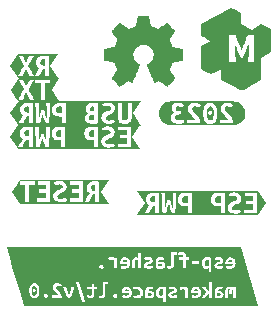
<source format=gbr>
G04 #@! TF.GenerationSoftware,KiCad,Pcbnew,6.0.7+dfsg-1~bpo11+1*
G04 #@! TF.ProjectId,project,70726f6a-6563-4742-9e6b-696361645f70,rev?*
G04 #@! TF.SameCoordinates,Original*
G04 #@! TF.FileFunction,Legend,Bot*
G04 #@! TF.FilePolarity,Positive*
%FSLAX46Y46*%
G04 Gerber Fmt 4.6, Leading zero omitted, Abs format (unit mm)*
%MOMM*%
%LPD*%
G01*
G04 APERTURE LIST*
%ADD10C,0.010000*%
%ADD11C,0.900000*%
%ADD12C,0.650000*%
%ADD13O,1.000000X2.100000*%
%ADD14O,1.000000X1.600000*%
%ADD15C,0.600000*%
G04 APERTURE END LIST*
G36*
X104143740Y-100804095D02*
G01*
X104199302Y-100811041D01*
X104199302Y-101327772D01*
X104124293Y-101327772D01*
X103973580Y-101310756D01*
X103871483Y-101259708D01*
X103793696Y-101066628D01*
X103814532Y-100948558D01*
X103877040Y-100866603D01*
X103973580Y-100818680D01*
X104096512Y-100802706D01*
X104143740Y-100804095D01*
G37*
G36*
X101270927Y-101375000D02*
G01*
X101943233Y-100366541D01*
X105329073Y-100366541D01*
X104656767Y-101375000D01*
X105329073Y-102383459D01*
X101943233Y-102383459D01*
X101850629Y-102244553D01*
X101943465Y-102244553D01*
X102312955Y-102244553D01*
X102371643Y-102095229D01*
X102442138Y-101930625D01*
X102520273Y-101758381D01*
X102601880Y-101586138D01*
X102682446Y-101753172D01*
X102763012Y-101926458D01*
X102838021Y-102094187D01*
X102901918Y-102244553D01*
X103271408Y-102244553D01*
X103332527Y-102244553D01*
X103690905Y-102244553D01*
X103760011Y-102080991D01*
X103839535Y-101923680D01*
X103927393Y-101768452D01*
X104021502Y-101611141D01*
X104199302Y-101611141D01*
X104199302Y-102244553D01*
X104541012Y-102244553D01*
X104541012Y-100549897D01*
X104431276Y-100529061D01*
X104310427Y-100515170D01*
X104193746Y-100508225D01*
X104096512Y-100505447D01*
X103956216Y-100513781D01*
X103829812Y-100538784D01*
X103718687Y-100581151D01*
X103624230Y-100641575D01*
X103492269Y-100817986D01*
X103457890Y-100934320D01*
X103446430Y-101069406D01*
X103461710Y-101212480D01*
X103507549Y-101341662D01*
X103588809Y-101449315D01*
X103710352Y-101527797D01*
X103610340Y-101687539D01*
X103507549Y-101870895D01*
X103411704Y-102062586D01*
X103332527Y-102244553D01*
X103271408Y-102244553D01*
X103189454Y-102063975D01*
X103132502Y-101954239D01*
X103069994Y-101836169D01*
X103002972Y-101712195D01*
X102932477Y-101584748D01*
X102861635Y-101457996D01*
X102793571Y-101336106D01*
X103243627Y-100524894D01*
X102874137Y-100524894D01*
X102601880Y-101074962D01*
X102315733Y-100524894D01*
X101971246Y-100524894D01*
X102410190Y-101327772D01*
X102335875Y-101450009D01*
X102262949Y-101577803D01*
X102193149Y-101706639D01*
X102128210Y-101832002D01*
X102069522Y-101951461D01*
X102018474Y-102062586D01*
X101943465Y-102244553D01*
X101850629Y-102244553D01*
X101270927Y-101375000D01*
G37*
G36*
X113037275Y-97543931D02*
G01*
X113121095Y-97988555D01*
X113739667Y-98243551D01*
X114110707Y-97991246D01*
X114184144Y-97941506D01*
X114281499Y-97876218D01*
X114365787Y-97820454D01*
X114432631Y-97777078D01*
X114477654Y-97748953D01*
X114496478Y-97738942D01*
X114508039Y-97746061D01*
X114542596Y-97775894D01*
X114594894Y-97824852D01*
X114660500Y-97888440D01*
X114734983Y-97962163D01*
X114813913Y-98041525D01*
X114892856Y-98122031D01*
X114967384Y-98199185D01*
X115033063Y-98268493D01*
X115085463Y-98325457D01*
X115120153Y-98365584D01*
X115132701Y-98384377D01*
X115129782Y-98392451D01*
X115109571Y-98428469D01*
X115072663Y-98487744D01*
X115022050Y-98565630D01*
X114960725Y-98657481D01*
X114891679Y-98758650D01*
X114853787Y-98813826D01*
X114788606Y-98909884D01*
X114732723Y-98993717D01*
X114689117Y-99060777D01*
X114660769Y-99106519D01*
X114650657Y-99126396D01*
X114650823Y-99127497D01*
X114659743Y-99152694D01*
X114680206Y-99204147D01*
X114709360Y-99275135D01*
X114744353Y-99358935D01*
X114782332Y-99448828D01*
X114820445Y-99538091D01*
X114855839Y-99620003D01*
X114885662Y-99687843D01*
X114907061Y-99734890D01*
X114917184Y-99754422D01*
X114923174Y-99756155D01*
X114959566Y-99763969D01*
X115024427Y-99776915D01*
X115112565Y-99793979D01*
X115218787Y-99814151D01*
X115337902Y-99836418D01*
X115400683Y-99848223D01*
X115515912Y-99870748D01*
X115616662Y-99891550D01*
X115697426Y-99909435D01*
X115752698Y-99923208D01*
X115776971Y-99931674D01*
X115781331Y-99940066D01*
X115788563Y-99981072D01*
X115794246Y-100049368D01*
X115798382Y-100138529D01*
X115800977Y-100242128D01*
X115802036Y-100353740D01*
X115801561Y-100466938D01*
X115799559Y-100575296D01*
X115796033Y-100672389D01*
X115790987Y-100751790D01*
X115784427Y-100807072D01*
X115776356Y-100831810D01*
X115771458Y-100834600D01*
X115734930Y-100846569D01*
X115671565Y-100862405D01*
X115588686Y-100880374D01*
X115493618Y-100898741D01*
X115461542Y-100904591D01*
X115313393Y-100931798D01*
X115196961Y-100953663D01*
X115108209Y-100971093D01*
X115043103Y-100984996D01*
X114997606Y-100996277D01*
X114967682Y-101005843D01*
X114949294Y-101014601D01*
X114938407Y-101023457D01*
X114937142Y-101024943D01*
X114919338Y-101055931D01*
X114892994Y-101112634D01*
X114860661Y-101188399D01*
X114824893Y-101276574D01*
X114788244Y-101370507D01*
X114753266Y-101463547D01*
X114722513Y-101549041D01*
X114698538Y-101620336D01*
X114683895Y-101670782D01*
X114681136Y-101693726D01*
X114682981Y-101696703D01*
X114702075Y-101725493D01*
X114737984Y-101778595D01*
X114787378Y-101851117D01*
X114846927Y-101938167D01*
X114913303Y-102034854D01*
X114931520Y-102061456D01*
X114995577Y-102156875D01*
X115050937Y-102242212D01*
X115094439Y-102312405D01*
X115122924Y-102362394D01*
X115133232Y-102387116D01*
X115131011Y-102393616D01*
X115107858Y-102425644D01*
X115062177Y-102477945D01*
X114997241Y-102546999D01*
X114916319Y-102629286D01*
X114822685Y-102721286D01*
X114769165Y-102772781D01*
X114684542Y-102852983D01*
X114610475Y-102921678D01*
X114550941Y-102975252D01*
X114509917Y-103010085D01*
X114491381Y-103022563D01*
X114478646Y-103017938D01*
X114439436Y-102996057D01*
X114382495Y-102960273D01*
X114315250Y-102915117D01*
X114267438Y-102882165D01*
X114171985Y-102816727D01*
X114070125Y-102747228D01*
X113977088Y-102684075D01*
X113794832Y-102560800D01*
X113641841Y-102643520D01*
X113605817Y-102662613D01*
X113540303Y-102695272D01*
X113489640Y-102717819D01*
X113462564Y-102726226D01*
X113453703Y-102715430D01*
X113431699Y-102674323D01*
X113399199Y-102606549D01*
X113358010Y-102516409D01*
X113309942Y-102408205D01*
X113256802Y-102286237D01*
X113200399Y-102154808D01*
X113142542Y-102018218D01*
X113085038Y-101880767D01*
X113029697Y-101746758D01*
X112978326Y-101620491D01*
X112932735Y-101506268D01*
X112894732Y-101408390D01*
X112866124Y-101331157D01*
X112848721Y-101278871D01*
X112844331Y-101255833D01*
X112844628Y-101255160D01*
X112865077Y-101233863D01*
X112907850Y-101200508D01*
X112964117Y-101162011D01*
X112981877Y-101150256D01*
X113117014Y-101038735D01*
X113228856Y-100905906D01*
X113314755Y-100757298D01*
X113372062Y-100598440D01*
X113398131Y-100434860D01*
X113390313Y-100272088D01*
X113358644Y-100127315D01*
X113301782Y-99981124D01*
X113218888Y-99850703D01*
X113105131Y-99726813D01*
X113060433Y-99687235D01*
X112915935Y-99589723D01*
X112759838Y-99524050D01*
X112596667Y-99489630D01*
X112430943Y-99485874D01*
X112267192Y-99512194D01*
X112109936Y-99568003D01*
X111963698Y-99652714D01*
X111833004Y-99765737D01*
X111722374Y-99906487D01*
X111701105Y-99941342D01*
X111628810Y-100100655D01*
X111590415Y-100266552D01*
X111584914Y-100434737D01*
X111611301Y-100600913D01*
X111668570Y-100760784D01*
X111755717Y-100910053D01*
X111871736Y-101044423D01*
X112015622Y-101159599D01*
X112020294Y-101162702D01*
X112075964Y-101201933D01*
X112117689Y-101235286D01*
X112136746Y-101255833D01*
X112134342Y-101271941D01*
X112119391Y-101318844D01*
X112092881Y-101391539D01*
X112056620Y-101485725D01*
X112012416Y-101597098D01*
X111962076Y-101721358D01*
X111907407Y-101854202D01*
X111850218Y-101991327D01*
X111792316Y-102128432D01*
X111735510Y-102261215D01*
X111681606Y-102385374D01*
X111632412Y-102496606D01*
X111589737Y-102590609D01*
X111555387Y-102663082D01*
X111531171Y-102709722D01*
X111518897Y-102726226D01*
X111508689Y-102723991D01*
X111468586Y-102707926D01*
X111409318Y-102679759D01*
X111339619Y-102643520D01*
X111186629Y-102560800D01*
X111004373Y-102684075D01*
X110950527Y-102720579D01*
X110850374Y-102788784D01*
X110750525Y-102857098D01*
X110666211Y-102915117D01*
X110619679Y-102946736D01*
X110559200Y-102986020D01*
X110514357Y-103012912D01*
X110492455Y-103022883D01*
X110483045Y-103018650D01*
X110449031Y-102992721D01*
X110396595Y-102947070D01*
X110330301Y-102886186D01*
X110254713Y-102814561D01*
X110174396Y-102736683D01*
X110093913Y-102657045D01*
X110017829Y-102580135D01*
X109950707Y-102510445D01*
X109897112Y-102452464D01*
X109861608Y-102410684D01*
X109848759Y-102389593D01*
X109849500Y-102385581D01*
X109864793Y-102352920D01*
X109897462Y-102296412D01*
X109944350Y-102221163D01*
X110002301Y-102132275D01*
X110068157Y-102034854D01*
X110086627Y-102007982D01*
X110151482Y-101913423D01*
X110208609Y-101829827D01*
X110254678Y-101762084D01*
X110286359Y-101715086D01*
X110300324Y-101693726D01*
X110300668Y-101692811D01*
X110296546Y-101666678D01*
X110280807Y-101613740D01*
X110256004Y-101540647D01*
X110224689Y-101454052D01*
X110189417Y-101360608D01*
X110152740Y-101266965D01*
X110117212Y-101179777D01*
X110085386Y-101105695D01*
X110059816Y-101051371D01*
X110043053Y-101023457D01*
X110041374Y-101021724D01*
X110029372Y-101012956D01*
X110009103Y-101004115D01*
X109976529Y-100994292D01*
X109927616Y-100982583D01*
X109858327Y-100968080D01*
X109764625Y-100949876D01*
X109642476Y-100927066D01*
X109487842Y-100898741D01*
X109455770Y-100892780D01*
X109363893Y-100874352D01*
X109286607Y-100856892D01*
X109231236Y-100842133D01*
X109205105Y-100831810D01*
X109200733Y-100823197D01*
X109193445Y-100781826D01*
X109187669Y-100713241D01*
X109183410Y-100623868D01*
X109180673Y-100520135D01*
X109179462Y-100408465D01*
X109179782Y-100295287D01*
X109181636Y-100187026D01*
X109185030Y-100090108D01*
X109189967Y-100010959D01*
X109196452Y-99956006D01*
X109204489Y-99931674D01*
X109212696Y-99928079D01*
X109253519Y-99916748D01*
X109322524Y-99900722D01*
X109414203Y-99881195D01*
X109523050Y-99859362D01*
X109643558Y-99836418D01*
X109709357Y-99824159D01*
X109822135Y-99802901D01*
X109919207Y-99784287D01*
X109995382Y-99769328D01*
X110045469Y-99759036D01*
X110064276Y-99754422D01*
X110064983Y-99753471D01*
X110076961Y-99729310D01*
X110099794Y-99678694D01*
X110130630Y-99608338D01*
X110166613Y-99524958D01*
X110204891Y-99435270D01*
X110242609Y-99345989D01*
X110276913Y-99263832D01*
X110304949Y-99195513D01*
X110323864Y-99147748D01*
X110330803Y-99127254D01*
X110327742Y-99120043D01*
X110307372Y-99085728D01*
X110270422Y-99027970D01*
X110219860Y-98951299D01*
X110158657Y-98860248D01*
X110089781Y-98759350D01*
X110051994Y-98704093D01*
X109986782Y-98607215D01*
X109930871Y-98522193D01*
X109887241Y-98453662D01*
X109858877Y-98406260D01*
X109848759Y-98384623D01*
X109855790Y-98372887D01*
X109885197Y-98337818D01*
X109933441Y-98284745D01*
X109996093Y-98218164D01*
X110068725Y-98142574D01*
X110146908Y-98062472D01*
X110226214Y-97982354D01*
X110302213Y-97906718D01*
X110370478Y-97840062D01*
X110426580Y-97786882D01*
X110466090Y-97751676D01*
X110484579Y-97738942D01*
X110494843Y-97743893D01*
X110532530Y-97766857D01*
X110593348Y-97805938D01*
X110672913Y-97858272D01*
X110766843Y-97920996D01*
X110870754Y-97991246D01*
X111241794Y-98243551D01*
X111551080Y-98116053D01*
X111860365Y-97988555D01*
X111944186Y-97543931D01*
X112028006Y-97099307D01*
X112953454Y-97099307D01*
X113037275Y-97543931D01*
G37*
D10*
X113037275Y-97543931D02*
X113121095Y-97988555D01*
X113739667Y-98243551D01*
X114110707Y-97991246D01*
X114184144Y-97941506D01*
X114281499Y-97876218D01*
X114365787Y-97820454D01*
X114432631Y-97777078D01*
X114477654Y-97748953D01*
X114496478Y-97738942D01*
X114508039Y-97746061D01*
X114542596Y-97775894D01*
X114594894Y-97824852D01*
X114660500Y-97888440D01*
X114734983Y-97962163D01*
X114813913Y-98041525D01*
X114892856Y-98122031D01*
X114967384Y-98199185D01*
X115033063Y-98268493D01*
X115085463Y-98325457D01*
X115120153Y-98365584D01*
X115132701Y-98384377D01*
X115129782Y-98392451D01*
X115109571Y-98428469D01*
X115072663Y-98487744D01*
X115022050Y-98565630D01*
X114960725Y-98657481D01*
X114891679Y-98758650D01*
X114853787Y-98813826D01*
X114788606Y-98909884D01*
X114732723Y-98993717D01*
X114689117Y-99060777D01*
X114660769Y-99106519D01*
X114650657Y-99126396D01*
X114650823Y-99127497D01*
X114659743Y-99152694D01*
X114680206Y-99204147D01*
X114709360Y-99275135D01*
X114744353Y-99358935D01*
X114782332Y-99448828D01*
X114820445Y-99538091D01*
X114855839Y-99620003D01*
X114885662Y-99687843D01*
X114907061Y-99734890D01*
X114917184Y-99754422D01*
X114923174Y-99756155D01*
X114959566Y-99763969D01*
X115024427Y-99776915D01*
X115112565Y-99793979D01*
X115218787Y-99814151D01*
X115337902Y-99836418D01*
X115400683Y-99848223D01*
X115515912Y-99870748D01*
X115616662Y-99891550D01*
X115697426Y-99909435D01*
X115752698Y-99923208D01*
X115776971Y-99931674D01*
X115781331Y-99940066D01*
X115788563Y-99981072D01*
X115794246Y-100049368D01*
X115798382Y-100138529D01*
X115800977Y-100242128D01*
X115802036Y-100353740D01*
X115801561Y-100466938D01*
X115799559Y-100575296D01*
X115796033Y-100672389D01*
X115790987Y-100751790D01*
X115784427Y-100807072D01*
X115776356Y-100831810D01*
X115771458Y-100834600D01*
X115734930Y-100846569D01*
X115671565Y-100862405D01*
X115588686Y-100880374D01*
X115493618Y-100898741D01*
X115461542Y-100904591D01*
X115313393Y-100931798D01*
X115196961Y-100953663D01*
X115108209Y-100971093D01*
X115043103Y-100984996D01*
X114997606Y-100996277D01*
X114967682Y-101005843D01*
X114949294Y-101014601D01*
X114938407Y-101023457D01*
X114937142Y-101024943D01*
X114919338Y-101055931D01*
X114892994Y-101112634D01*
X114860661Y-101188399D01*
X114824893Y-101276574D01*
X114788244Y-101370507D01*
X114753266Y-101463547D01*
X114722513Y-101549041D01*
X114698538Y-101620336D01*
X114683895Y-101670782D01*
X114681136Y-101693726D01*
X114682981Y-101696703D01*
X114702075Y-101725493D01*
X114737984Y-101778595D01*
X114787378Y-101851117D01*
X114846927Y-101938167D01*
X114913303Y-102034854D01*
X114931520Y-102061456D01*
X114995577Y-102156875D01*
X115050937Y-102242212D01*
X115094439Y-102312405D01*
X115122924Y-102362394D01*
X115133232Y-102387116D01*
X115131011Y-102393616D01*
X115107858Y-102425644D01*
X115062177Y-102477945D01*
X114997241Y-102546999D01*
X114916319Y-102629286D01*
X114822685Y-102721286D01*
X114769165Y-102772781D01*
X114684542Y-102852983D01*
X114610475Y-102921678D01*
X114550941Y-102975252D01*
X114509917Y-103010085D01*
X114491381Y-103022563D01*
X114478646Y-103017938D01*
X114439436Y-102996057D01*
X114382495Y-102960273D01*
X114315250Y-102915117D01*
X114267438Y-102882165D01*
X114171985Y-102816727D01*
X114070125Y-102747228D01*
X113977088Y-102684075D01*
X113794832Y-102560800D01*
X113641841Y-102643520D01*
X113605817Y-102662613D01*
X113540303Y-102695272D01*
X113489640Y-102717819D01*
X113462564Y-102726226D01*
X113453703Y-102715430D01*
X113431699Y-102674323D01*
X113399199Y-102606549D01*
X113358010Y-102516409D01*
X113309942Y-102408205D01*
X113256802Y-102286237D01*
X113200399Y-102154808D01*
X113142542Y-102018218D01*
X113085038Y-101880767D01*
X113029697Y-101746758D01*
X112978326Y-101620491D01*
X112932735Y-101506268D01*
X112894732Y-101408390D01*
X112866124Y-101331157D01*
X112848721Y-101278871D01*
X112844331Y-101255833D01*
X112844628Y-101255160D01*
X112865077Y-101233863D01*
X112907850Y-101200508D01*
X112964117Y-101162011D01*
X112981877Y-101150256D01*
X113117014Y-101038735D01*
X113228856Y-100905906D01*
X113314755Y-100757298D01*
X113372062Y-100598440D01*
X113398131Y-100434860D01*
X113390313Y-100272088D01*
X113358644Y-100127315D01*
X113301782Y-99981124D01*
X113218888Y-99850703D01*
X113105131Y-99726813D01*
X113060433Y-99687235D01*
X112915935Y-99589723D01*
X112759838Y-99524050D01*
X112596667Y-99489630D01*
X112430943Y-99485874D01*
X112267192Y-99512194D01*
X112109936Y-99568003D01*
X111963698Y-99652714D01*
X111833004Y-99765737D01*
X111722374Y-99906487D01*
X111701105Y-99941342D01*
X111628810Y-100100655D01*
X111590415Y-100266552D01*
X111584914Y-100434737D01*
X111611301Y-100600913D01*
X111668570Y-100760784D01*
X111755717Y-100910053D01*
X111871736Y-101044423D01*
X112015622Y-101159599D01*
X112020294Y-101162702D01*
X112075964Y-101201933D01*
X112117689Y-101235286D01*
X112136746Y-101255833D01*
X112134342Y-101271941D01*
X112119391Y-101318844D01*
X112092881Y-101391539D01*
X112056620Y-101485725D01*
X112012416Y-101597098D01*
X111962076Y-101721358D01*
X111907407Y-101854202D01*
X111850218Y-101991327D01*
X111792316Y-102128432D01*
X111735510Y-102261215D01*
X111681606Y-102385374D01*
X111632412Y-102496606D01*
X111589737Y-102590609D01*
X111555387Y-102663082D01*
X111531171Y-102709722D01*
X111518897Y-102726226D01*
X111508689Y-102723991D01*
X111468586Y-102707926D01*
X111409318Y-102679759D01*
X111339619Y-102643520D01*
X111186629Y-102560800D01*
X111004373Y-102684075D01*
X110950527Y-102720579D01*
X110850374Y-102788784D01*
X110750525Y-102857098D01*
X110666211Y-102915117D01*
X110619679Y-102946736D01*
X110559200Y-102986020D01*
X110514357Y-103012912D01*
X110492455Y-103022883D01*
X110483045Y-103018650D01*
X110449031Y-102992721D01*
X110396595Y-102947070D01*
X110330301Y-102886186D01*
X110254713Y-102814561D01*
X110174396Y-102736683D01*
X110093913Y-102657045D01*
X110017829Y-102580135D01*
X109950707Y-102510445D01*
X109897112Y-102452464D01*
X109861608Y-102410684D01*
X109848759Y-102389593D01*
X109849500Y-102385581D01*
X109864793Y-102352920D01*
X109897462Y-102296412D01*
X109944350Y-102221163D01*
X110002301Y-102132275D01*
X110068157Y-102034854D01*
X110086627Y-102007982D01*
X110151482Y-101913423D01*
X110208609Y-101829827D01*
X110254678Y-101762084D01*
X110286359Y-101715086D01*
X110300324Y-101693726D01*
X110300668Y-101692811D01*
X110296546Y-101666678D01*
X110280807Y-101613740D01*
X110256004Y-101540647D01*
X110224689Y-101454052D01*
X110189417Y-101360608D01*
X110152740Y-101266965D01*
X110117212Y-101179777D01*
X110085386Y-101105695D01*
X110059816Y-101051371D01*
X110043053Y-101023457D01*
X110041374Y-101021724D01*
X110029372Y-101012956D01*
X110009103Y-101004115D01*
X109976529Y-100994292D01*
X109927616Y-100982583D01*
X109858327Y-100968080D01*
X109764625Y-100949876D01*
X109642476Y-100927066D01*
X109487842Y-100898741D01*
X109455770Y-100892780D01*
X109363893Y-100874352D01*
X109286607Y-100856892D01*
X109231236Y-100842133D01*
X109205105Y-100831810D01*
X109200733Y-100823197D01*
X109193445Y-100781826D01*
X109187669Y-100713241D01*
X109183410Y-100623868D01*
X109180673Y-100520135D01*
X109179462Y-100408465D01*
X109179782Y-100295287D01*
X109181636Y-100187026D01*
X109185030Y-100090108D01*
X109189967Y-100010959D01*
X109196452Y-99956006D01*
X109204489Y-99931674D01*
X109212696Y-99928079D01*
X109253519Y-99916748D01*
X109322524Y-99900722D01*
X109414203Y-99881195D01*
X109523050Y-99859362D01*
X109643558Y-99836418D01*
X109709357Y-99824159D01*
X109822135Y-99802901D01*
X109919207Y-99784287D01*
X109995382Y-99769328D01*
X110045469Y-99759036D01*
X110064276Y-99754422D01*
X110064983Y-99753471D01*
X110076961Y-99729310D01*
X110099794Y-99678694D01*
X110130630Y-99608338D01*
X110166613Y-99524958D01*
X110204891Y-99435270D01*
X110242609Y-99345989D01*
X110276913Y-99263832D01*
X110304949Y-99195513D01*
X110323864Y-99147748D01*
X110330803Y-99127254D01*
X110327742Y-99120043D01*
X110307372Y-99085728D01*
X110270422Y-99027970D01*
X110219860Y-98951299D01*
X110158657Y-98860248D01*
X110089781Y-98759350D01*
X110051994Y-98704093D01*
X109986782Y-98607215D01*
X109930871Y-98522193D01*
X109887241Y-98453662D01*
X109858877Y-98406260D01*
X109848759Y-98384623D01*
X109855790Y-98372887D01*
X109885197Y-98337818D01*
X109933441Y-98284745D01*
X109996093Y-98218164D01*
X110068725Y-98142574D01*
X110146908Y-98062472D01*
X110226214Y-97982354D01*
X110302213Y-97906718D01*
X110370478Y-97840062D01*
X110426580Y-97786882D01*
X110466090Y-97751676D01*
X110484579Y-97738942D01*
X110494843Y-97743893D01*
X110532530Y-97766857D01*
X110593348Y-97805938D01*
X110672913Y-97858272D01*
X110766843Y-97920996D01*
X110870754Y-97991246D01*
X111241794Y-98243551D01*
X111551080Y-98116053D01*
X111860365Y-97988555D01*
X111944186Y-97543931D01*
X112028006Y-97099307D01*
X112953454Y-97099307D01*
X113037275Y-97543931D01*
G36*
X113444523Y-112395761D02*
G01*
X113500085Y-112402706D01*
X113500085Y-112919437D01*
X113425076Y-112919437D01*
X113274362Y-112902421D01*
X113172266Y-112851373D01*
X113094479Y-112658294D01*
X113115315Y-112540223D01*
X113177823Y-112458269D01*
X113274362Y-112410346D01*
X113397294Y-112394372D01*
X113444523Y-112395761D01*
G37*
G36*
X116193477Y-112395761D02*
G01*
X116278210Y-112402706D01*
X116278210Y-112958331D01*
X116139304Y-112958331D01*
X115995536Y-112942010D01*
X115892051Y-112893045D01*
X115829543Y-112804493D01*
X115808707Y-112669406D01*
X115829196Y-112541265D01*
X115890662Y-112456880D01*
X115986160Y-112409999D01*
X116108744Y-112394372D01*
X116193477Y-112395761D01*
G37*
G36*
X112633079Y-112975000D02*
G01*
X111957685Y-111961910D01*
X122266921Y-111961910D01*
X122942315Y-112975000D01*
X122266921Y-113988090D01*
X111957685Y-113988090D01*
X112058932Y-113836219D01*
X112633310Y-113836219D01*
X112991688Y-113836219D01*
X113060794Y-113672657D01*
X113140318Y-113515345D01*
X113228176Y-113360118D01*
X113322285Y-113202806D01*
X113500085Y-113202806D01*
X113500085Y-113836219D01*
X113841794Y-113836219D01*
X113841794Y-112141562D01*
X113732058Y-112120727D01*
X113695798Y-112116559D01*
X114055710Y-112116559D01*
X114064044Y-112330822D01*
X114072379Y-112551336D01*
X114081408Y-112774280D01*
X114091826Y-112995836D01*
X114103980Y-113214961D01*
X114118218Y-113430612D01*
X114134539Y-113638972D01*
X114152944Y-113836219D01*
X114436313Y-113836219D01*
X114497432Y-113654599D01*
X114558551Y-113459783D01*
X114619669Y-113262883D01*
X114680788Y-113075012D01*
X114743296Y-113257674D01*
X114808582Y-113455616D01*
X114872479Y-113653557D01*
X114930819Y-113836219D01*
X115214188Y-113836219D01*
X115235024Y-113638625D01*
X115253082Y-113429223D01*
X115268709Y-113212530D01*
X115282252Y-112993058D01*
X115293712Y-112771502D01*
X115297889Y-112672184D01*
X115458663Y-112672184D01*
X115478882Y-112858782D01*
X115539537Y-113007411D01*
X115640630Y-113118073D01*
X115778765Y-113194472D01*
X115950546Y-113240311D01*
X116155973Y-113255591D01*
X116278210Y-113255591D01*
X116278210Y-113836219D01*
X116619919Y-113836219D01*
X116619919Y-112672184D01*
X118236788Y-112672184D01*
X118257007Y-112858782D01*
X118317662Y-113007411D01*
X118418755Y-113118073D01*
X118556890Y-113194472D01*
X118728671Y-113240311D01*
X118934098Y-113255591D01*
X119056335Y-113255591D01*
X119056335Y-113836219D01*
X119398044Y-113836219D01*
X119398044Y-113366716D01*
X119659188Y-113366716D01*
X119698429Y-113580979D01*
X119816152Y-113740373D01*
X119938853Y-113813685D01*
X120097669Y-113857672D01*
X120292601Y-113872334D01*
X120484986Y-113860875D01*
X120592075Y-113836219D01*
X121048251Y-113836219D01*
X122151166Y-113836219D01*
X122151166Y-112116559D01*
X121109369Y-112116559D01*
X121109369Y-112399928D01*
X121809457Y-112399928D01*
X121809457Y-112786087D01*
X121201048Y-112786087D01*
X121201048Y-113069456D01*
X121809457Y-113069456D01*
X121809457Y-113552850D01*
X121048251Y-113552850D01*
X121048251Y-113836219D01*
X120592075Y-113836219D01*
X120634310Y-113826495D01*
X120826001Y-113741762D01*
X120725988Y-113463950D01*
X120546799Y-113547294D01*
X120431160Y-113576464D01*
X120292601Y-113586187D01*
X120149527Y-113568130D01*
X120059238Y-113518123D01*
X120013399Y-113445892D01*
X120000898Y-113363937D01*
X120031457Y-113269481D01*
X120109244Y-113195861D01*
X120214813Y-113137520D01*
X120331494Y-113088903D01*
X120492626Y-113025006D01*
X120644033Y-112933328D01*
X120756548Y-112795811D01*
X120800998Y-112591619D01*
X120761757Y-112376314D01*
X120644033Y-112213794D01*
X120526272Y-112138167D01*
X120382272Y-112092791D01*
X120212035Y-112077666D01*
X120063753Y-112086695D01*
X119935612Y-112113781D01*
X119736976Y-112194347D01*
X119836988Y-112458269D01*
X119991174Y-112391594D01*
X120187032Y-112363812D01*
X120338285Y-112385729D01*
X120429037Y-112451478D01*
X120459288Y-112561059D01*
X120431507Y-112648570D01*
X120360665Y-112715245D01*
X120263430Y-112766641D01*
X120156473Y-112808312D01*
X119988396Y-112876377D01*
X119827265Y-112976389D01*
X119706416Y-113131964D01*
X119670995Y-113237186D01*
X119659188Y-113366716D01*
X119398044Y-113366716D01*
X119398044Y-112138784D01*
X119285530Y-112119337D01*
X119159126Y-112106836D01*
X119034110Y-112099891D01*
X118925763Y-112097112D01*
X118723577Y-112112084D01*
X118554112Y-112156997D01*
X118417366Y-112231852D01*
X118317045Y-112340661D01*
X118256852Y-112487439D01*
X118236788Y-112672184D01*
X116619919Y-112672184D01*
X116619919Y-112138784D01*
X116507405Y-112119337D01*
X116381001Y-112106836D01*
X116255985Y-112099891D01*
X116147638Y-112097112D01*
X115945452Y-112112084D01*
X115775987Y-112156997D01*
X115639241Y-112231852D01*
X115538920Y-112340661D01*
X115478727Y-112487439D01*
X115458663Y-112672184D01*
X115297889Y-112672184D01*
X115303088Y-112548558D01*
X115310728Y-112328739D01*
X115316979Y-112116559D01*
X115000273Y-112116559D01*
X115003051Y-112283247D01*
X115005829Y-112455491D01*
X115008607Y-112630165D01*
X115011385Y-112804145D01*
X115014163Y-112975695D01*
X115016941Y-113143077D01*
X115019025Y-113303166D01*
X115019719Y-113452837D01*
X114962768Y-113258369D01*
X114901649Y-113050009D01*
X114847476Y-112861097D01*
X114808582Y-112724969D01*
X114558551Y-112724969D01*
X114525213Y-112855541D01*
X114476596Y-113027784D01*
X114418255Y-113230587D01*
X114355748Y-113452837D01*
X114356442Y-113303166D01*
X114358526Y-113143077D01*
X114361304Y-112976042D01*
X114364082Y-112805534D01*
X114366860Y-112632249D01*
X114369638Y-112456880D01*
X114371722Y-112283594D01*
X114372416Y-112116559D01*
X114055710Y-112116559D01*
X113695798Y-112116559D01*
X113611210Y-112106836D01*
X113494529Y-112099891D01*
X113397294Y-112097112D01*
X113256999Y-112105447D01*
X113130594Y-112130450D01*
X113019469Y-112172816D01*
X112925013Y-112233241D01*
X112793052Y-112409652D01*
X112758673Y-112525986D01*
X112747213Y-112661072D01*
X112762493Y-112804145D01*
X112808332Y-112933328D01*
X112889592Y-113040980D01*
X113011135Y-113119462D01*
X112911123Y-113279205D01*
X112808332Y-113462561D01*
X112712487Y-113654252D01*
X112633310Y-113836219D01*
X112058932Y-113836219D01*
X112633079Y-112975000D01*
G37*
G36*
X118971602Y-112395761D02*
G01*
X119056335Y-112402706D01*
X119056335Y-112958331D01*
X118917429Y-112958331D01*
X118773661Y-112942010D01*
X118670176Y-112893045D01*
X118607668Y-112804493D01*
X118586832Y-112669406D01*
X118607321Y-112541265D01*
X118668787Y-112456880D01*
X118764285Y-112409999D01*
X118886869Y-112394372D01*
X118971602Y-112395761D01*
G37*
G36*
X121729207Y-102992881D02*
G01*
X121481744Y-103127099D01*
X121176474Y-103280320D01*
X120943869Y-103382404D01*
X120820705Y-103416215D01*
X120745522Y-103392186D01*
X120538977Y-103300256D01*
X120248464Y-103156617D01*
X119911372Y-102979235D01*
X119129040Y-102555901D01*
X119128206Y-102111401D01*
X119122907Y-101939457D01*
X119099491Y-101743704D01*
X119063871Y-101667921D01*
X119024043Y-101679268D01*
X118865134Y-101753009D01*
X118644427Y-101872470D01*
X118288483Y-102075999D01*
X117861973Y-101850283D01*
X117435463Y-101624568D01*
X117435002Y-100989568D01*
X119804705Y-100989568D01*
X120334546Y-100989568D01*
X120282685Y-100206401D01*
X120266176Y-99932762D01*
X120260585Y-99682519D01*
X120281622Y-99588358D01*
X120336117Y-99651385D01*
X120430899Y-99872707D01*
X120572798Y-100253433D01*
X120586806Y-100291385D01*
X120715530Y-100577926D01*
X120833768Y-100704933D01*
X120950352Y-100670415D01*
X121074114Y-100472380D01*
X121213884Y-100108835D01*
X121224294Y-100078112D01*
X121326862Y-99790230D01*
X121412627Y-99573871D01*
X121463949Y-99473835D01*
X121475379Y-99486601D01*
X121483694Y-99622329D01*
X121477172Y-99873567D01*
X121456172Y-100206401D01*
X121395395Y-100989568D01*
X121921371Y-100989568D01*
X121921371Y-98703568D01*
X121639692Y-98703568D01*
X121508702Y-98709280D01*
X121408558Y-98747947D01*
X121327035Y-98851424D01*
X121239787Y-99051559D01*
X121122471Y-99380199D01*
X121077987Y-99504451D01*
X120968842Y-99779878D01*
X120880224Y-99963393D01*
X120828030Y-100020428D01*
X120819379Y-100011258D01*
X120758693Y-99885420D01*
X120669683Y-99649041D01*
X120568345Y-99343797D01*
X120484891Y-99082696D01*
X120402924Y-98866972D01*
X120325831Y-98754034D01*
X120228578Y-98710645D01*
X120086132Y-98703568D01*
X119804705Y-98703568D01*
X119804705Y-100989568D01*
X117435002Y-100989568D01*
X117434750Y-100642593D01*
X117434038Y-99660619D01*
X117776795Y-99506057D01*
X117869146Y-99462629D01*
X118064501Y-99356931D01*
X118162161Y-99282552D01*
X118150521Y-99243802D01*
X118030179Y-99144668D01*
X117819404Y-99026384D01*
X117434038Y-98839159D01*
X117435859Y-98326863D01*
X117437680Y-97814568D01*
X118703828Y-97124177D01*
X119969977Y-96433786D01*
X120394629Y-96658510D01*
X120819280Y-96883235D01*
X120821213Y-97348901D01*
X120823145Y-97814568D01*
X121677001Y-98285562D01*
X122515467Y-97829212D01*
X123318371Y-98270404D01*
X123342167Y-99242271D01*
X123365962Y-100214138D01*
X122940000Y-100445975D01*
X122514038Y-100677813D01*
X122513485Y-100989568D01*
X122510708Y-102555901D01*
X121729207Y-102992881D01*
G37*
G36*
X105493477Y-106795761D02*
G01*
X105578210Y-106802706D01*
X105578210Y-107358331D01*
X105439304Y-107358331D01*
X105295536Y-107342010D01*
X105192051Y-107293045D01*
X105129543Y-107204493D01*
X105108707Y-107069406D01*
X105129196Y-106941265D01*
X105190662Y-106856880D01*
X105286160Y-106809999D01*
X105408744Y-106794372D01*
X105493477Y-106795761D01*
G37*
G36*
X101242251Y-107375000D02*
G01*
X101933079Y-106338759D01*
X112257749Y-106338759D01*
X111566921Y-107375000D01*
X112257749Y-108411241D01*
X101933079Y-108411241D01*
X101816398Y-108236219D01*
X101933310Y-108236219D01*
X102291688Y-108236219D01*
X102360794Y-108072657D01*
X102440318Y-107915345D01*
X102528176Y-107760118D01*
X102622285Y-107602806D01*
X102800085Y-107602806D01*
X102800085Y-108236219D01*
X103141794Y-108236219D01*
X103141794Y-106541562D01*
X103032058Y-106520727D01*
X102995798Y-106516559D01*
X103355710Y-106516559D01*
X103364044Y-106730822D01*
X103372379Y-106951336D01*
X103381408Y-107174280D01*
X103391826Y-107395836D01*
X103403980Y-107614961D01*
X103418218Y-107830613D01*
X103434539Y-108038972D01*
X103452944Y-108236219D01*
X103736313Y-108236219D01*
X103797432Y-108054599D01*
X103858551Y-107859783D01*
X103919669Y-107662883D01*
X103980788Y-107475013D01*
X104043296Y-107657674D01*
X104108582Y-107855616D01*
X104172479Y-108053557D01*
X104230819Y-108236219D01*
X104514188Y-108236219D01*
X104535024Y-108038625D01*
X104553082Y-107829223D01*
X104568709Y-107612530D01*
X104582252Y-107393058D01*
X104593712Y-107171502D01*
X104597889Y-107072184D01*
X104758663Y-107072184D01*
X104778882Y-107258782D01*
X104839537Y-107407411D01*
X104940630Y-107518073D01*
X105078765Y-107594472D01*
X105250546Y-107640311D01*
X105455973Y-107655591D01*
X105578210Y-107655591D01*
X105578210Y-108236219D01*
X105919919Y-108236219D01*
X105919919Y-107072184D01*
X107536788Y-107072184D01*
X107557007Y-107258782D01*
X107617662Y-107407411D01*
X107718755Y-107518073D01*
X107856890Y-107594472D01*
X108028671Y-107640311D01*
X108234098Y-107655591D01*
X108356335Y-107655591D01*
X108356335Y-108236219D01*
X108698044Y-108236219D01*
X108698044Y-107766716D01*
X108959188Y-107766716D01*
X108998429Y-107980979D01*
X109116152Y-108140373D01*
X109238853Y-108213685D01*
X109397669Y-108257672D01*
X109592601Y-108272334D01*
X109784986Y-108260875D01*
X109892075Y-108236219D01*
X110348251Y-108236219D01*
X111451166Y-108236219D01*
X111451166Y-106516559D01*
X110409369Y-106516559D01*
X110409369Y-106799928D01*
X111109457Y-106799928D01*
X111109457Y-107186088D01*
X110501048Y-107186088D01*
X110501048Y-107469456D01*
X111109457Y-107469456D01*
X111109457Y-107952850D01*
X110348251Y-107952850D01*
X110348251Y-108236219D01*
X109892075Y-108236219D01*
X109934310Y-108226495D01*
X110126001Y-108141763D01*
X110025988Y-107863950D01*
X109846799Y-107947294D01*
X109731160Y-107976464D01*
X109592601Y-107986188D01*
X109449527Y-107968130D01*
X109359238Y-107918123D01*
X109313399Y-107845892D01*
X109300898Y-107763938D01*
X109331457Y-107669481D01*
X109409244Y-107595861D01*
X109514813Y-107537520D01*
X109631494Y-107488903D01*
X109792626Y-107425006D01*
X109944033Y-107333328D01*
X110056548Y-107195811D01*
X110100998Y-106991619D01*
X110061757Y-106776314D01*
X109944033Y-106613794D01*
X109826272Y-106538167D01*
X109682272Y-106492791D01*
X109512035Y-106477666D01*
X109363753Y-106486695D01*
X109235612Y-106513781D01*
X109036976Y-106594347D01*
X109136988Y-106858269D01*
X109291174Y-106791594D01*
X109487032Y-106763813D01*
X109638285Y-106785729D01*
X109729037Y-106851478D01*
X109759288Y-106961059D01*
X109731507Y-107048570D01*
X109660665Y-107115245D01*
X109563430Y-107166641D01*
X109456473Y-107208313D01*
X109288396Y-107276377D01*
X109127265Y-107376389D01*
X109006416Y-107531964D01*
X108970995Y-107637186D01*
X108959188Y-107766716D01*
X108698044Y-107766716D01*
X108698044Y-106538784D01*
X108585530Y-106519338D01*
X108459126Y-106506836D01*
X108334110Y-106499891D01*
X108225763Y-106497113D01*
X108023577Y-106512084D01*
X107854112Y-106556997D01*
X107717366Y-106631852D01*
X107617045Y-106740661D01*
X107556852Y-106887439D01*
X107536788Y-107072184D01*
X105919919Y-107072184D01*
X105919919Y-106538784D01*
X105807405Y-106519338D01*
X105681001Y-106506836D01*
X105555985Y-106499891D01*
X105447638Y-106497113D01*
X105245452Y-106512084D01*
X105075987Y-106556997D01*
X104939241Y-106631852D01*
X104838920Y-106740661D01*
X104778727Y-106887439D01*
X104758663Y-107072184D01*
X104597889Y-107072184D01*
X104603088Y-106948558D01*
X104610728Y-106728739D01*
X104616979Y-106516559D01*
X104300273Y-106516559D01*
X104303051Y-106683247D01*
X104305829Y-106855491D01*
X104308607Y-107030165D01*
X104311385Y-107204145D01*
X104314163Y-107375695D01*
X104316941Y-107543077D01*
X104319025Y-107703166D01*
X104319719Y-107852838D01*
X104262768Y-107658369D01*
X104201649Y-107450009D01*
X104147476Y-107261097D01*
X104108582Y-107124969D01*
X103858551Y-107124969D01*
X103825213Y-107255541D01*
X103776596Y-107427784D01*
X103718255Y-107630588D01*
X103655748Y-107852838D01*
X103656442Y-107703166D01*
X103658526Y-107543077D01*
X103661304Y-107376042D01*
X103664082Y-107205534D01*
X103666860Y-107032249D01*
X103669638Y-106856880D01*
X103671722Y-106683594D01*
X103672416Y-106516559D01*
X103355710Y-106516559D01*
X102995798Y-106516559D01*
X102911210Y-106506836D01*
X102794529Y-106499891D01*
X102697294Y-106497113D01*
X102556999Y-106505447D01*
X102430594Y-106530450D01*
X102319469Y-106572816D01*
X102225013Y-106633241D01*
X102093052Y-106809652D01*
X102058673Y-106925986D01*
X102047213Y-107061072D01*
X102062493Y-107204145D01*
X102108332Y-107333328D01*
X102189592Y-107440980D01*
X102311135Y-107519463D01*
X102211123Y-107679205D01*
X102108332Y-107862561D01*
X102012487Y-108054252D01*
X101933310Y-108236219D01*
X101816398Y-108236219D01*
X101242251Y-107375000D01*
G37*
G36*
X108271602Y-106795761D02*
G01*
X108356335Y-106802706D01*
X108356335Y-107358331D01*
X108217429Y-107358331D01*
X108073661Y-107342010D01*
X107970176Y-107293045D01*
X107907668Y-107204493D01*
X107886832Y-107069406D01*
X107907321Y-106941265D01*
X107968787Y-106856880D01*
X108064285Y-106809999D01*
X108186869Y-106794372D01*
X108271602Y-106795761D01*
G37*
G36*
X102744523Y-106795761D02*
G01*
X102800085Y-106802706D01*
X102800085Y-107319437D01*
X102725076Y-107319437D01*
X102574362Y-107302421D01*
X102472266Y-107251373D01*
X102394479Y-107058294D01*
X102415315Y-106940223D01*
X102477823Y-106858269D01*
X102574362Y-106810346D01*
X102697294Y-106794372D01*
X102744523Y-106795761D01*
G37*
G36*
X114651793Y-106368623D02*
G01*
X114461745Y-106310973D01*
X114286595Y-106217353D01*
X114133075Y-106091363D01*
X114007084Y-105937842D01*
X113913465Y-105762693D01*
X113902044Y-105725044D01*
X114849669Y-105725044D01*
X114888563Y-105944516D01*
X115008022Y-106118148D01*
X115099700Y-106183434D01*
X115213603Y-106232052D01*
X115350426Y-106262264D01*
X115510862Y-106272334D01*
X115645602Y-106262611D01*
X115781730Y-106238997D01*
X115792716Y-106236219D01*
X116208172Y-106236219D01*
X117330534Y-106236219D01*
X117337480Y-106166766D01*
X117336091Y-106108425D01*
X117323242Y-105975075D01*
X117284695Y-105852838D01*
X117226355Y-105740671D01*
X117154123Y-105637533D01*
X117072169Y-105542382D01*
X116984658Y-105454177D01*
X116898246Y-105372222D01*
X117588900Y-105372222D01*
X117598450Y-105585443D01*
X117627099Y-105769494D01*
X117674848Y-105924374D01*
X117741697Y-106050084D01*
X117858995Y-106173557D01*
X118007162Y-106247640D01*
X118186197Y-106272334D01*
X118365232Y-106247640D01*
X118388074Y-106236219D01*
X118986297Y-106236219D01*
X120108659Y-106236219D01*
X120115605Y-106166766D01*
X120114216Y-106108425D01*
X120101367Y-105975075D01*
X120062820Y-105852838D01*
X120004480Y-105740671D01*
X119932248Y-105637533D01*
X119850294Y-105542382D01*
X119762783Y-105454177D01*
X119675272Y-105371180D01*
X119593317Y-105291656D01*
X119462745Y-105141638D01*
X119411350Y-104994397D01*
X119475247Y-104831877D01*
X119636378Y-104774925D01*
X119805844Y-104813819D01*
X119980866Y-104944391D01*
X120150331Y-104705472D01*
X120030525Y-104604070D01*
X119893355Y-104533228D01*
X119747850Y-104491556D01*
X119603041Y-104477666D01*
X119400238Y-104508225D01*
X119227994Y-104599903D01*
X119108534Y-104754089D01*
X119064084Y-104969394D01*
X119097422Y-105140248D01*
X119186322Y-105299991D01*
X119311338Y-105450009D01*
X119453022Y-105588916D01*
X119536366Y-105668092D01*
X119625266Y-105762548D01*
X119696108Y-105861172D01*
X119725278Y-105952850D01*
X118986297Y-105952850D01*
X118986297Y-106236219D01*
X118388074Y-106236219D01*
X118513398Y-106173557D01*
X118630697Y-106050084D01*
X118697546Y-105924374D01*
X118745295Y-105769494D01*
X118773944Y-105585443D01*
X118783494Y-105372222D01*
X118773770Y-105161432D01*
X118744600Y-104979117D01*
X118695983Y-104825279D01*
X118627919Y-104699916D01*
X118509694Y-104576443D01*
X118362453Y-104502360D01*
X118186197Y-104477666D01*
X118007162Y-104502206D01*
X117858995Y-104575826D01*
X117741697Y-104698527D01*
X117674848Y-104823455D01*
X117627099Y-104977381D01*
X117598450Y-105160303D01*
X117588900Y-105372222D01*
X116898246Y-105372222D01*
X116897147Y-105371180D01*
X116815192Y-105291656D01*
X116684620Y-105141638D01*
X116633225Y-104994397D01*
X116697122Y-104831877D01*
X116858253Y-104774925D01*
X117027719Y-104813819D01*
X117202741Y-104944391D01*
X117372206Y-104705472D01*
X117252400Y-104604070D01*
X117115230Y-104533228D01*
X116969725Y-104491556D01*
X116824916Y-104477666D01*
X116622113Y-104508225D01*
X116449869Y-104599903D01*
X116330409Y-104754089D01*
X116285959Y-104969394D01*
X116319297Y-105140248D01*
X116408197Y-105299991D01*
X116533212Y-105450009D01*
X116674897Y-105588916D01*
X116758241Y-105668092D01*
X116847141Y-105762548D01*
X116917983Y-105861172D01*
X116947153Y-105952850D01*
X116208172Y-105952850D01*
X116208172Y-106236219D01*
X115792716Y-106236219D01*
X115902578Y-106208438D01*
X115988700Y-106177878D01*
X115922025Y-105891731D01*
X115756727Y-105950072D01*
X115645254Y-105972991D01*
X115513641Y-105980631D01*
X115364664Y-105961879D01*
X115267777Y-105905622D01*
X115196934Y-105719488D01*
X115224021Y-105603848D01*
X115305281Y-105529186D01*
X115428213Y-105488556D01*
X115580316Y-105475013D01*
X115685884Y-105475013D01*
X115685884Y-105191644D01*
X115558091Y-105191644D01*
X115452522Y-105180531D01*
X115358066Y-105144416D01*
X115290002Y-105077741D01*
X115263609Y-104972172D01*
X115320561Y-104823542D01*
X115477525Y-104769369D01*
X115670605Y-104801317D01*
X115835903Y-104880494D01*
X115958141Y-104630463D01*
X115759505Y-104529061D01*
X115627891Y-104490514D01*
X115480303Y-104477666D01*
X115345217Y-104486695D01*
X115228883Y-104513781D01*
X115052472Y-104615183D01*
X114949681Y-104769369D01*
X114916344Y-104961059D01*
X114974684Y-105158306D01*
X115130259Y-105302769D01*
X115011842Y-105371527D01*
X114923289Y-105466678D01*
X114868074Y-105585443D01*
X114849669Y-105725044D01*
X113902044Y-105725044D01*
X113855814Y-105572644D01*
X113836348Y-105375000D01*
X113855814Y-105177356D01*
X113913465Y-104987307D01*
X114007084Y-104812158D01*
X114133075Y-104658637D01*
X114286595Y-104532647D01*
X114461745Y-104439027D01*
X114651793Y-104381377D01*
X114849437Y-104361910D01*
X120150563Y-104361910D01*
X120348207Y-104381377D01*
X120538255Y-104439027D01*
X120713405Y-104532647D01*
X120866925Y-104658637D01*
X120992916Y-104812158D01*
X121086535Y-104987307D01*
X121144186Y-105177356D01*
X121163652Y-105375000D01*
X121144186Y-105572644D01*
X121086535Y-105762693D01*
X120992916Y-105937842D01*
X120866925Y-106091363D01*
X120713405Y-106217353D01*
X120538255Y-106310973D01*
X120348207Y-106368623D01*
X120150563Y-106388090D01*
X114849437Y-106388090D01*
X114651793Y-106368623D01*
G37*
G36*
X117970892Y-105823667D02*
G01*
X117929992Y-105704980D01*
X117905452Y-105554498D01*
X117897272Y-105372222D01*
X117898529Y-105344441D01*
X118030622Y-105344441D01*
X118073683Y-105473623D01*
X118183419Y-105527797D01*
X118297322Y-105473623D01*
X118338994Y-105344441D01*
X118297322Y-105213869D01*
X118183419Y-105158306D01*
X118073683Y-105213869D01*
X118030622Y-105344441D01*
X117898529Y-105344441D01*
X117905452Y-105191489D01*
X117929992Y-105041934D01*
X117970892Y-104923555D01*
X118061529Y-104807915D01*
X118186197Y-104769369D01*
X118309129Y-104807915D01*
X118400113Y-104923555D01*
X118441784Y-105041934D01*
X118466788Y-105191489D01*
X118475122Y-105372222D01*
X118466788Y-105554498D01*
X118441784Y-105704980D01*
X118400113Y-105823667D01*
X118309129Y-105939307D01*
X118186197Y-105977853D01*
X118183419Y-105976994D01*
X118061529Y-105939307D01*
X117970892Y-105823667D01*
G37*
G36*
X101403693Y-112000000D02*
G01*
X101787074Y-111424928D01*
X102079318Y-111424928D01*
X102532152Y-111424928D01*
X102532152Y-112861219D01*
X102876640Y-112861219D01*
X103510052Y-112861219D01*
X104612968Y-112861219D01*
X104612968Y-112391716D01*
X104899115Y-112391716D01*
X104938356Y-112605979D01*
X105056079Y-112765373D01*
X105178779Y-112838685D01*
X105337595Y-112882672D01*
X105532527Y-112897334D01*
X105724912Y-112885875D01*
X105832002Y-112861219D01*
X106288177Y-112861219D01*
X107391093Y-112861219D01*
X107596674Y-112861219D01*
X107955052Y-112861219D01*
X108024158Y-112697657D01*
X108103682Y-112540345D01*
X108191540Y-112385118D01*
X108285649Y-112227806D01*
X108463449Y-112227806D01*
X108463449Y-112861219D01*
X108805158Y-112861219D01*
X108805158Y-111166562D01*
X108695423Y-111145727D01*
X108574574Y-111131836D01*
X108457893Y-111124891D01*
X108360658Y-111122112D01*
X108220363Y-111130447D01*
X108093958Y-111155450D01*
X107982833Y-111197816D01*
X107888377Y-111258241D01*
X107756416Y-111434652D01*
X107722037Y-111550986D01*
X107710577Y-111686072D01*
X107725857Y-111829145D01*
X107771696Y-111958328D01*
X107852956Y-112065980D01*
X107974499Y-112144462D01*
X107874487Y-112304205D01*
X107771696Y-112487561D01*
X107675851Y-112679252D01*
X107596674Y-112861219D01*
X107391093Y-112861219D01*
X107391093Y-111141559D01*
X106349296Y-111141559D01*
X106349296Y-111424928D01*
X107049383Y-111424928D01*
X107049383Y-111811087D01*
X106440974Y-111811087D01*
X106440974Y-112094456D01*
X107049383Y-112094456D01*
X107049383Y-112577850D01*
X106288177Y-112577850D01*
X106288177Y-112861219D01*
X105832002Y-112861219D01*
X105874237Y-112851495D01*
X106065927Y-112766762D01*
X105965915Y-112488950D01*
X105786726Y-112572294D01*
X105671086Y-112601464D01*
X105532527Y-112611187D01*
X105389454Y-112593130D01*
X105299165Y-112543123D01*
X105253326Y-112470892D01*
X105240824Y-112388937D01*
X105271383Y-112294481D01*
X105349171Y-112220861D01*
X105454740Y-112162520D01*
X105571421Y-112113903D01*
X105732552Y-112050006D01*
X105883960Y-111958328D01*
X105996474Y-111820811D01*
X106040924Y-111616619D01*
X106001683Y-111401314D01*
X105883960Y-111238794D01*
X105766198Y-111163167D01*
X105622199Y-111117791D01*
X105451962Y-111102666D01*
X105303679Y-111111695D01*
X105175538Y-111138781D01*
X104976902Y-111219347D01*
X105076915Y-111483269D01*
X105231101Y-111416594D01*
X105426958Y-111388812D01*
X105578212Y-111410729D01*
X105668964Y-111476478D01*
X105699215Y-111586059D01*
X105671433Y-111673570D01*
X105600591Y-111740245D01*
X105503357Y-111791641D01*
X105396399Y-111833312D01*
X105228323Y-111901377D01*
X105067191Y-112001389D01*
X104946343Y-112156964D01*
X104910922Y-112262186D01*
X104899115Y-112391716D01*
X104612968Y-112391716D01*
X104612968Y-111141559D01*
X103571171Y-111141559D01*
X103571171Y-111424928D01*
X104271258Y-111424928D01*
X104271258Y-111811087D01*
X103662849Y-111811087D01*
X103662849Y-112094456D01*
X104271258Y-112094456D01*
X104271258Y-112577850D01*
X103510052Y-112577850D01*
X103510052Y-112861219D01*
X102876640Y-112861219D01*
X102876640Y-111424928D01*
X103329474Y-111424928D01*
X103329474Y-111141559D01*
X102079318Y-111141559D01*
X102079318Y-111424928D01*
X101787074Y-111424928D01*
X102079086Y-110986910D01*
X109596307Y-110986910D01*
X108920914Y-112000000D01*
X109596307Y-113013090D01*
X102079086Y-113013090D01*
X101403693Y-112000000D01*
G37*
G36*
X108407887Y-111420761D02*
G01*
X108463449Y-111427706D01*
X108463449Y-111944437D01*
X108388440Y-111944437D01*
X108237726Y-111927421D01*
X108135630Y-111876373D01*
X108057843Y-111683294D01*
X108078679Y-111565223D01*
X108141187Y-111483269D01*
X108237726Y-111435346D01*
X108360658Y-111419372D01*
X108407887Y-111420761D01*
G37*
G36*
X105510140Y-104795761D02*
G01*
X105594873Y-104802706D01*
X105594873Y-105358331D01*
X105455966Y-105358331D01*
X105312198Y-105342010D01*
X105208713Y-105293045D01*
X105146205Y-105204493D01*
X105125369Y-105069406D01*
X105145858Y-104941265D01*
X105207324Y-104856880D01*
X105302822Y-104809999D01*
X105425407Y-104794372D01*
X105510140Y-104795761D01*
G37*
G36*
X101258914Y-105375000D02*
G01*
X101949741Y-104338759D01*
X112341086Y-104338759D01*
X111650259Y-105375000D01*
X112341086Y-106411241D01*
X101949741Y-106411241D01*
X101833060Y-106236219D01*
X101949973Y-106236219D01*
X102308351Y-106236219D01*
X102377457Y-106072657D01*
X102456980Y-105915345D01*
X102544839Y-105760118D01*
X102638948Y-105602806D01*
X102816748Y-105602806D01*
X102816748Y-106236219D01*
X103158457Y-106236219D01*
X103158457Y-104541562D01*
X103048721Y-104520727D01*
X103012461Y-104516559D01*
X103372373Y-104516559D01*
X103380707Y-104730822D01*
X103389041Y-104951336D01*
X103398070Y-105174280D01*
X103408488Y-105395836D01*
X103420642Y-105614961D01*
X103434880Y-105830613D01*
X103451202Y-106038972D01*
X103469607Y-106236219D01*
X103752976Y-106236219D01*
X103814094Y-106054599D01*
X103875213Y-105859783D01*
X103936332Y-105662883D01*
X103997451Y-105475013D01*
X104059958Y-105657674D01*
X104125244Y-105855616D01*
X104189141Y-106053557D01*
X104247482Y-106236219D01*
X104530851Y-106236219D01*
X104551687Y-106038625D01*
X104569744Y-105829223D01*
X104585371Y-105612530D01*
X104598915Y-105393058D01*
X104610374Y-105171502D01*
X104614551Y-105072184D01*
X104775326Y-105072184D01*
X104795544Y-105258782D01*
X104856200Y-105407411D01*
X104957293Y-105518073D01*
X105095427Y-105594472D01*
X105267208Y-105640311D01*
X105472635Y-105655591D01*
X105594873Y-105655591D01*
X105594873Y-106236219D01*
X105936582Y-106236219D01*
X105936582Y-105716709D01*
X107561785Y-105716709D01*
X107574981Y-105859436D01*
X107614569Y-105976464D01*
X107757643Y-106143152D01*
X107856266Y-106196630D01*
X107971558Y-106232052D01*
X108099699Y-106251846D01*
X108236869Y-106258444D01*
X108352856Y-106255318D01*
X108473010Y-106245942D01*
X108594553Y-106230315D01*
X108714707Y-106208438D01*
X108714707Y-105766716D01*
X108975851Y-105766716D01*
X109015092Y-105980979D01*
X109132815Y-106140373D01*
X109255515Y-106213685D01*
X109414331Y-106257672D01*
X109609263Y-106272334D01*
X109801648Y-106260875D01*
X109950973Y-106226495D01*
X110142663Y-106141763D01*
X110042651Y-105863950D01*
X109863462Y-105947294D01*
X109747822Y-105976464D01*
X109609263Y-105986188D01*
X109466190Y-105968130D01*
X109375901Y-105918123D01*
X109330062Y-105845892D01*
X109317560Y-105763938D01*
X109348119Y-105669481D01*
X109406827Y-105613919D01*
X110362135Y-105613919D01*
X110369080Y-105756992D01*
X110389916Y-105886175D01*
X110428115Y-105999384D01*
X110487151Y-106094534D01*
X110567716Y-106170586D01*
X110670507Y-106226495D01*
X110798301Y-106260875D01*
X110953876Y-106272334D01*
X111107020Y-106260875D01*
X111233077Y-106226495D01*
X111412266Y-106094534D01*
X111469218Y-105999384D01*
X111506723Y-105886175D01*
X111527558Y-105756992D01*
X111534504Y-105613919D01*
X111534504Y-104516559D01*
X111190016Y-104516559D01*
X111190016Y-105591694D01*
X111178904Y-105773661D01*
X111141399Y-105891731D01*
X111067779Y-105955628D01*
X110948319Y-105975075D01*
X110828860Y-105955628D01*
X110753851Y-105890342D01*
X110714957Y-105770883D01*
X110703844Y-105588916D01*
X110703844Y-104516559D01*
X110362135Y-104516559D01*
X110362135Y-105613919D01*
X109406827Y-105613919D01*
X109425907Y-105595861D01*
X109531476Y-105537520D01*
X109648157Y-105488903D01*
X109809288Y-105425006D01*
X109960696Y-105333328D01*
X110073210Y-105195811D01*
X110117660Y-104991619D01*
X110078419Y-104776314D01*
X109960696Y-104613794D01*
X109842934Y-104538167D01*
X109698935Y-104492791D01*
X109528698Y-104477666D01*
X109380415Y-104486695D01*
X109252274Y-104513781D01*
X109053638Y-104594347D01*
X109153651Y-104858269D01*
X109307837Y-104791594D01*
X109503694Y-104763813D01*
X109654948Y-104785729D01*
X109745700Y-104851478D01*
X109775951Y-104961059D01*
X109748169Y-105048570D01*
X109677327Y-105115245D01*
X109580093Y-105166641D01*
X109473135Y-105208313D01*
X109305058Y-105276377D01*
X109143927Y-105376389D01*
X109023079Y-105531964D01*
X108987658Y-105637186D01*
X108975851Y-105766716D01*
X108714707Y-105766716D01*
X108714707Y-104538784D01*
X108500791Y-104509614D01*
X108270207Y-104497113D01*
X108093796Y-104507183D01*
X107953501Y-104537395D01*
X107761810Y-104642964D01*
X107667354Y-104788816D01*
X107642351Y-104949947D01*
X107657283Y-105065239D01*
X107702080Y-105166641D01*
X107861823Y-105316659D01*
X107714929Y-105391669D01*
X107624293Y-105488903D01*
X107577412Y-105600028D01*
X107561785Y-105716709D01*
X105936582Y-105716709D01*
X105936582Y-104538784D01*
X105824068Y-104519338D01*
X105697663Y-104506836D01*
X105572648Y-104499891D01*
X105464301Y-104497113D01*
X105262115Y-104512084D01*
X105092649Y-104556997D01*
X104955904Y-104631852D01*
X104855583Y-104740661D01*
X104795390Y-104887439D01*
X104775326Y-105072184D01*
X104614551Y-105072184D01*
X104619751Y-104948558D01*
X104627390Y-104728739D01*
X104633641Y-104516559D01*
X104316935Y-104516559D01*
X104319713Y-104683247D01*
X104322491Y-104855491D01*
X104325269Y-105030165D01*
X104328048Y-105204145D01*
X104330826Y-105375695D01*
X104333604Y-105543077D01*
X104335687Y-105703166D01*
X104336382Y-105852838D01*
X104279430Y-105658369D01*
X104218312Y-105450009D01*
X104164138Y-105261097D01*
X104125244Y-105124969D01*
X103875213Y-105124969D01*
X103841876Y-105255541D01*
X103793258Y-105427784D01*
X103734918Y-105630588D01*
X103672410Y-105852838D01*
X103673105Y-105703166D01*
X103675188Y-105543077D01*
X103677966Y-105376042D01*
X103680744Y-105205534D01*
X103683523Y-105032249D01*
X103686301Y-104856880D01*
X103688384Y-104683594D01*
X103689079Y-104516559D01*
X103372373Y-104516559D01*
X103012461Y-104516559D01*
X102927873Y-104506836D01*
X102811191Y-104499891D01*
X102713957Y-104497113D01*
X102573662Y-104505447D01*
X102447257Y-104530450D01*
X102336132Y-104572816D01*
X102241676Y-104633241D01*
X102109715Y-104809652D01*
X102075335Y-104925986D01*
X102063876Y-105061072D01*
X102079155Y-105204145D01*
X102124994Y-105333328D01*
X102206255Y-105440980D01*
X102327798Y-105519463D01*
X102227785Y-105679205D01*
X102124994Y-105862561D01*
X102029149Y-106054252D01*
X101949973Y-106236219D01*
X101833060Y-106236219D01*
X101258914Y-105375000D01*
G37*
G36*
X108297988Y-104797150D02*
G01*
X108372998Y-104805484D01*
X108372998Y-105199978D01*
X108239648Y-105199978D01*
X108042401Y-105143027D01*
X107975726Y-104986063D01*
X107995173Y-104887439D01*
X108047957Y-104829098D01*
X108125744Y-104801317D01*
X108217423Y-104794372D01*
X108297988Y-104797150D01*
G37*
G36*
X102761185Y-104795761D02*
G01*
X102816748Y-104802706D01*
X102816748Y-105319437D01*
X102741738Y-105319437D01*
X102591025Y-105302421D01*
X102488929Y-105251373D01*
X102411141Y-105058294D01*
X102431977Y-104940223D01*
X102494485Y-104858269D01*
X102591025Y-104810346D01*
X102713957Y-104794372D01*
X102761185Y-104795761D01*
G37*
G36*
X108372998Y-105950072D02*
G01*
X108293821Y-105958406D01*
X108209088Y-105961184D01*
X108095185Y-105951461D01*
X107996562Y-105915345D01*
X107925719Y-105840336D01*
X107897938Y-105716709D01*
X107977115Y-105537520D01*
X108189641Y-105483347D01*
X108372998Y-105483347D01*
X108372998Y-105950072D01*
G37*
G36*
X101287126Y-103375000D02*
G01*
X101952950Y-102376264D01*
X105412874Y-102376264D01*
X104747050Y-103375000D01*
X105412874Y-104373736D01*
X101952950Y-104373736D01*
X101860346Y-104234830D01*
X101953182Y-104234830D01*
X102322673Y-104234830D01*
X102381360Y-104085505D01*
X102451855Y-103920902D01*
X102529990Y-103748658D01*
X102611598Y-103576414D01*
X102692163Y-103743449D01*
X102772729Y-103916734D01*
X102847738Y-104084464D01*
X102911635Y-104234830D01*
X103281126Y-104234830D01*
X103199171Y-104054252D01*
X103142219Y-103944516D01*
X103079712Y-103826445D01*
X103012689Y-103702471D01*
X102942194Y-103575025D01*
X102871352Y-103448273D01*
X102803288Y-103326383D01*
X103096133Y-102798539D01*
X103381138Y-102798539D01*
X103833973Y-102798539D01*
X103833973Y-104234830D01*
X104178460Y-104234830D01*
X104178460Y-102798539D01*
X104631294Y-102798539D01*
X104631294Y-102515170D01*
X103381138Y-102515170D01*
X103381138Y-102798539D01*
X103096133Y-102798539D01*
X103253344Y-102515170D01*
X102883854Y-102515170D01*
X102611598Y-103065239D01*
X102325451Y-102515170D01*
X101980963Y-102515170D01*
X102419907Y-103318048D01*
X102345592Y-103440286D01*
X102272666Y-103568080D01*
X102202866Y-103696915D01*
X102137927Y-103822278D01*
X102079239Y-103941738D01*
X102028191Y-104052863D01*
X101953182Y-104234830D01*
X101860346Y-104234830D01*
X101287126Y-103375000D01*
G37*
G36*
X113990263Y-118112201D02*
G01*
X114052771Y-118129068D01*
X114095435Y-118162802D01*
X114111310Y-118220349D01*
X114063685Y-118310638D01*
X113940653Y-118337427D01*
X113863263Y-118336435D01*
X113797778Y-118331474D01*
X113797778Y-118117162D01*
X113855325Y-118110216D01*
X113916841Y-118107240D01*
X113990263Y-118112201D01*
G37*
G36*
X111176732Y-120267198D02*
G01*
X111233428Y-120310209D01*
X111268619Y-120372770D01*
X111285237Y-120445107D01*
X110917688Y-120445107D01*
X110927463Y-120373748D01*
X110958744Y-120312164D01*
X111013485Y-120268175D01*
X111095597Y-120251557D01*
X111176732Y-120267198D01*
G37*
G36*
X103133659Y-120702196D02*
G01*
X103094803Y-120568520D01*
X103081850Y-120384501D01*
X103083237Y-120364950D01*
X103175693Y-120364950D01*
X103205996Y-120455860D01*
X103283220Y-120493983D01*
X103363377Y-120455860D01*
X103392703Y-120364950D01*
X103363377Y-120273063D01*
X103283220Y-120233962D01*
X103205996Y-120273063D01*
X103175693Y-120364950D01*
X103083237Y-120364950D01*
X103094803Y-120201948D01*
X103133659Y-120068760D01*
X103197443Y-119987381D01*
X103285175Y-119960255D01*
X103371686Y-119987381D01*
X103435714Y-120068760D01*
X103475304Y-120201948D01*
X103488501Y-120384501D01*
X103475304Y-120568520D01*
X103435714Y-120702196D01*
X103371686Y-120783575D01*
X103285175Y-120810701D01*
X103283220Y-120810097D01*
X103197443Y-120783575D01*
X103133659Y-120702196D01*
G37*
G36*
X100949319Y-116721484D02*
G01*
X120748572Y-116721484D01*
X122250681Y-121728516D01*
X102451428Y-121728516D01*
X102048224Y-120384501D01*
X102864840Y-120384501D01*
X102871560Y-120534551D01*
X102891722Y-120664073D01*
X102925324Y-120773067D01*
X102972368Y-120861533D01*
X103054914Y-120948424D01*
X103159183Y-121000558D01*
X103285175Y-121017937D01*
X103411168Y-121000558D01*
X103515437Y-120948424D01*
X103597983Y-120861533D01*
X103610459Y-120838072D01*
X104086746Y-120838072D01*
X104139532Y-120969060D01*
X104260745Y-121014026D01*
X104327217Y-121002296D01*
X104343136Y-120992521D01*
X104825754Y-120992521D01*
X105615594Y-120992521D01*
X105620482Y-120943645D01*
X105619504Y-120902589D01*
X105610462Y-120808746D01*
X105583336Y-120722724D01*
X105542280Y-120643789D01*
X105491449Y-120571208D01*
X105433775Y-120504247D01*
X105372191Y-120442175D01*
X105252933Y-120327804D01*
X105161045Y-120222232D01*
X105124877Y-120118614D01*
X105169843Y-120004244D01*
X105283236Y-119964165D01*
X105402494Y-119991536D01*
X105525662Y-120083423D01*
X105532595Y-120073648D01*
X105756358Y-120073648D01*
X105798514Y-120209707D01*
X105842869Y-120340268D01*
X105889423Y-120465330D01*
X105938177Y-120584893D01*
X106003346Y-120734020D01*
X106065907Y-120869896D01*
X106125862Y-120992521D01*
X106327232Y-120992521D01*
X106386209Y-120869896D01*
X106445838Y-120734020D01*
X106506119Y-120584893D01*
X106551024Y-120465330D01*
X106594830Y-120340268D01*
X106637535Y-120209707D01*
X106679141Y-120073648D01*
X106426940Y-120073648D01*
X106384906Y-120232007D01*
X106359735Y-120316318D01*
X106333097Y-120401119D01*
X106305482Y-120484941D01*
X106277378Y-120566320D01*
X106223615Y-120712949D01*
X106166918Y-120566320D01*
X106135882Y-120484941D01*
X106105334Y-120401119D01*
X106075520Y-120316318D01*
X106046683Y-120232007D01*
X106000739Y-120073648D01*
X105756358Y-120073648D01*
X105532595Y-120073648D01*
X105644920Y-119915289D01*
X105560608Y-119843929D01*
X105464078Y-119794076D01*
X105361682Y-119764750D01*
X105259775Y-119754975D01*
X105117057Y-119776480D01*
X104995844Y-119840997D01*
X104911776Y-119949502D01*
X104880496Y-120101018D01*
X104903956Y-120221254D01*
X104966518Y-120333669D01*
X105054495Y-120439242D01*
X105154203Y-120536994D01*
X105212854Y-120592713D01*
X105275416Y-120659185D01*
X105325269Y-120728589D01*
X105345797Y-120793106D01*
X104825754Y-120793106D01*
X104825754Y-120992521D01*
X104343136Y-120992521D01*
X104382936Y-120968083D01*
X104422037Y-120913341D01*
X104436700Y-120838072D01*
X104422037Y-120764758D01*
X104382936Y-120710994D01*
X104327217Y-120677758D01*
X104260745Y-120666028D01*
X104139532Y-120710994D01*
X104086746Y-120838072D01*
X103610459Y-120838072D01*
X103645027Y-120773067D01*
X103678629Y-120664073D01*
X103698791Y-120534551D01*
X103705511Y-120384501D01*
X103698668Y-120236161D01*
X103678140Y-120107861D01*
X103643927Y-119999600D01*
X103596028Y-119911379D01*
X103512830Y-119824488D01*
X103409213Y-119772353D01*
X103285175Y-119754975D01*
X103159183Y-119772244D01*
X103054914Y-119824053D01*
X102972368Y-119910401D01*
X102925324Y-119998317D01*
X102891722Y-120106639D01*
X102871560Y-120235367D01*
X102864840Y-120384501D01*
X102048224Y-120384501D01*
X101820656Y-119625942D01*
X106798399Y-119625942D01*
X107341903Y-121315104D01*
X107592149Y-121315104D01*
X107478104Y-120963195D01*
X107738778Y-120963195D01*
X107882474Y-121002296D01*
X108032035Y-121014026D01*
X108180619Y-121000341D01*
X108277937Y-120953420D01*
X108726078Y-120953420D01*
X108752471Y-120967105D01*
X108806235Y-120987633D01*
X108887369Y-121006206D01*
X108995874Y-121014026D01*
X109139571Y-120989344D01*
X109238300Y-120915296D01*
X109274660Y-120838072D01*
X109951893Y-120838072D01*
X110004680Y-120969060D01*
X110125893Y-121014026D01*
X110192365Y-121002296D01*
X110248083Y-120968083D01*
X110287184Y-120913341D01*
X110301847Y-120838072D01*
X110287184Y-120764758D01*
X110248083Y-120710994D01*
X110192365Y-120677758D01*
X110125893Y-120666028D01*
X110047310Y-120695180D01*
X110004680Y-120710994D01*
X109951893Y-120838072D01*
X109274660Y-120838072D01*
X109295486Y-120793839D01*
X109314547Y-120626927D01*
X109314547Y-120521354D01*
X110685037Y-120521354D01*
X110686014Y-120570230D01*
X110688947Y-120611286D01*
X111285237Y-120611286D01*
X111266664Y-120691688D01*
X111210945Y-120753027D01*
X111125901Y-120791884D01*
X111019350Y-120804836D01*
X110881519Y-120789196D01*
X110771059Y-120757915D01*
X110737823Y-120963195D01*
X110870767Y-120999364D01*
X111029126Y-121014026D01*
X111140319Y-121006451D01*
X111239293Y-120983723D01*
X111272809Y-120969060D01*
X111660607Y-120969060D01*
X111783775Y-121001319D01*
X111862465Y-121010850D01*
X111953864Y-121014026D01*
X112084608Y-121004740D01*
X112195312Y-120976881D01*
X112207533Y-120971015D01*
X112687007Y-120971015D01*
X112843411Y-120998386D01*
X112953383Y-121010116D01*
X113076062Y-121014026D01*
X113235399Y-120998386D01*
X113357589Y-120946577D01*
X113435791Y-120852735D01*
X113463162Y-120710994D01*
X113431881Y-120576095D01*
X113390782Y-120533084D01*
X113609791Y-120533084D01*
X113615656Y-120634503D01*
X113633251Y-120727612D01*
X113662088Y-120810213D01*
X113701678Y-120880106D01*
X113815071Y-120978836D01*
X113888874Y-121005229D01*
X113973430Y-121014026D01*
X114066783Y-121002785D01*
X114163070Y-120969060D01*
X114163070Y-121315104D01*
X114403541Y-121315104D01*
X114403541Y-120738365D01*
X114640102Y-120738365D01*
X114661607Y-120845892D01*
X114732966Y-120933869D01*
X114862977Y-120992521D01*
X114952421Y-121008650D01*
X115060437Y-121014026D01*
X115170897Y-121007184D01*
X115263762Y-120986656D01*
X115398661Y-120937780D01*
X115361515Y-120736409D01*
X115215864Y-120787241D01*
X115058482Y-120810701D01*
X114923584Y-120797994D01*
X114876663Y-120746185D01*
X114891325Y-120703174D01*
X114932381Y-120672870D01*
X114992988Y-120648432D01*
X115064347Y-120624972D01*
X115171875Y-120588803D01*
X115271583Y-120536994D01*
X115345874Y-120457815D01*
X115375200Y-120337579D01*
X115352717Y-120227119D01*
X115282335Y-120135232D01*
X115204057Y-120095153D01*
X115584390Y-120095153D01*
X115627401Y-120318029D01*
X115683120Y-120306299D01*
X115748615Y-120295546D01*
X115813131Y-120288703D01*
X115865917Y-120286748D01*
X115965625Y-120291636D01*
X116065333Y-120310209D01*
X116065333Y-120992521D01*
X116307759Y-120992521D01*
X116307759Y-120521354D01*
X116550185Y-120521354D01*
X116551162Y-120570230D01*
X116554095Y-120611286D01*
X117150385Y-120611286D01*
X117131812Y-120691688D01*
X117076093Y-120753027D01*
X116991048Y-120791884D01*
X116884498Y-120804836D01*
X116746667Y-120789196D01*
X116636207Y-120757915D01*
X116602971Y-120963195D01*
X116735914Y-120999364D01*
X116894273Y-121014026D01*
X117005467Y-121006451D01*
X117066128Y-120992521D01*
X117484698Y-120992521D01*
X117760360Y-120992521D01*
X117821944Y-120882061D01*
X117903079Y-120760848D01*
X117990079Y-120647455D01*
X118071213Y-120558500D01*
X118071213Y-120992521D01*
X118313639Y-120992521D01*
X118313639Y-119676773D01*
X118071213Y-119635717D01*
X118071213Y-120437287D01*
X118038388Y-120397267D01*
X117999854Y-120350287D01*
X117929472Y-120255467D01*
X117863978Y-120160647D01*
X117809236Y-120073648D01*
X117519889Y-120073648D01*
X117600046Y-120171400D01*
X117692911Y-120278928D01*
X117788708Y-120384501D01*
X117875708Y-120478343D01*
X117770135Y-120590758D01*
X117713928Y-120657474D01*
X117658698Y-120726634D01*
X117606156Y-120797016D01*
X117558013Y-120867398D01*
X117484698Y-120992521D01*
X117066128Y-120992521D01*
X117104441Y-120983723D01*
X117190463Y-120946089D01*
X117262800Y-120893791D01*
X117320719Y-120827075D01*
X117363485Y-120746185D01*
X117389878Y-120650876D01*
X117398676Y-120540905D01*
X117389390Y-120427023D01*
X117361530Y-120327804D01*
X117318519Y-120243493D01*
X117263778Y-120174333D01*
X117198772Y-120120325D01*
X117124969Y-120081468D01*
X117045790Y-120058007D01*
X116964655Y-120050187D01*
X116839966Y-120063547D01*
X116737001Y-120103625D01*
X116655757Y-120170423D01*
X116647341Y-120183686D01*
X116597106Y-120262853D01*
X116561915Y-120379830D01*
X116550185Y-120521354D01*
X116307759Y-120521354D01*
X116307759Y-120134254D01*
X116210739Y-120102485D01*
X116147278Y-120086581D01*
X116111276Y-120077558D01*
X116002038Y-120061429D01*
X115875693Y-120056052D01*
X115819974Y-120058007D01*
X115742749Y-120064850D01*
X115659660Y-120076580D01*
X115584390Y-120095153D01*
X115204057Y-120095153D01*
X115160145Y-120072670D01*
X115078521Y-120055808D01*
X114982235Y-120050187D01*
X114895480Y-120053609D01*
X114815079Y-120063873D01*
X114778060Y-120074681D01*
X114681158Y-120102974D01*
X114718304Y-120306299D01*
X114821921Y-120274040D01*
X114980280Y-120251557D01*
X115104426Y-120274040D01*
X115136684Y-120321939D01*
X115122021Y-120360063D01*
X115082920Y-120390366D01*
X115026224Y-120416759D01*
X114956820Y-120441197D01*
X114847337Y-120480298D01*
X114744697Y-120534062D01*
X114669427Y-120616174D01*
X114640102Y-120738365D01*
X114403541Y-120738365D01*
X114403541Y-120102974D01*
X114329493Y-120083423D01*
X114240294Y-120067783D01*
X114144252Y-120057519D01*
X114049677Y-120054097D01*
X113958513Y-120064075D01*
X113918688Y-120068434D01*
X113809857Y-120111445D01*
X113723183Y-120183131D01*
X113660187Y-120279362D01*
X113622390Y-120396014D01*
X113609791Y-120533084D01*
X113390782Y-120533084D01*
X113347814Y-120488118D01*
X113226601Y-120440220D01*
X113083882Y-120425557D01*
X112995416Y-120429467D01*
X112917703Y-120441197D01*
X112917703Y-120411871D01*
X112960714Y-120297501D01*
X113019366Y-120263043D01*
X113109298Y-120251557D01*
X113241264Y-120261333D01*
X113343904Y-120284793D01*
X113377140Y-120091243D01*
X113250062Y-120062895D01*
X113166483Y-120053364D01*
X113079972Y-120050187D01*
X112996091Y-120055516D01*
X112976110Y-120056785D01*
X112891310Y-120076580D01*
X112771075Y-120150872D01*
X112706558Y-120268175D01*
X112687007Y-120423602D01*
X112687007Y-120971015D01*
X112207533Y-120971015D01*
X112286955Y-120932892D01*
X112360514Y-120875218D01*
X112416477Y-120804836D01*
X112455334Y-120722724D01*
X112478061Y-120631326D01*
X112485637Y-120533084D01*
X112477817Y-120436309D01*
X112454357Y-120345400D01*
X112414767Y-120263043D01*
X112358559Y-120191928D01*
X112329341Y-120168476D01*
X112285489Y-120133277D01*
X112195312Y-120088311D01*
X112087052Y-120059718D01*
X111959729Y-120050187D01*
X111811145Y-120061917D01*
X111676247Y-120101018D01*
X111729033Y-120294568D01*
X111816033Y-120270130D01*
X111938224Y-120259377D01*
X112081920Y-120279905D01*
X112174784Y-120336602D01*
X112225616Y-120423602D01*
X112241256Y-120533084D01*
X112223416Y-120646477D01*
X112169897Y-120732499D01*
X112073366Y-120786752D01*
X111926493Y-120804836D01*
X111808213Y-120797016D01*
X111695797Y-120771600D01*
X111660607Y-120969060D01*
X111272809Y-120969060D01*
X111325316Y-120946089D01*
X111397652Y-120893791D01*
X111455571Y-120827075D01*
X111498337Y-120746185D01*
X111524731Y-120650876D01*
X111533528Y-120540905D01*
X111524242Y-120427023D01*
X111496382Y-120327804D01*
X111453371Y-120243493D01*
X111398630Y-120174333D01*
X111333625Y-120120325D01*
X111259821Y-120081468D01*
X111180642Y-120058007D01*
X111099507Y-120050187D01*
X110974819Y-120063547D01*
X110888685Y-120097074D01*
X110871853Y-120103625D01*
X110790610Y-120170423D01*
X110731958Y-120262853D01*
X110696767Y-120379830D01*
X110685037Y-120521354D01*
X109314547Y-120521354D01*
X109314547Y-119846862D01*
X109568704Y-119846862D01*
X109568704Y-119647447D01*
X109074076Y-119647447D01*
X109074076Y-120644522D01*
X109036930Y-120771600D01*
X108979716Y-120791864D01*
X108943088Y-120804836D01*
X108821875Y-120785286D01*
X108757358Y-120759870D01*
X108726078Y-120953420D01*
X108277937Y-120953420D01*
X108290102Y-120947555D01*
X108358528Y-120837095D01*
X108376124Y-120754738D01*
X108381989Y-120650387D01*
X108381989Y-120273063D01*
X108591179Y-120273063D01*
X108591179Y-120073648D01*
X108381989Y-120073648D01*
X108381989Y-119842952D01*
X108141518Y-119803851D01*
X108141518Y-120073648D01*
X107756373Y-120073648D01*
X107756373Y-120273063D01*
X108141518Y-120273063D01*
X108141518Y-120644522D01*
X108131743Y-120726634D01*
X108104372Y-120775510D01*
X108061361Y-120798971D01*
X108004664Y-120804836D01*
X107943080Y-120802881D01*
X107888339Y-120796038D01*
X107833598Y-120781376D01*
X107772014Y-120755960D01*
X107738778Y-120963195D01*
X107478104Y-120963195D01*
X107044735Y-119625942D01*
X106798399Y-119625942D01*
X101820656Y-119625942D01*
X101439460Y-118355287D01*
X108803107Y-118355287D01*
X108856685Y-118488240D01*
X108979716Y-118533880D01*
X109047185Y-118521974D01*
X109103739Y-118487247D01*
X109143427Y-118431685D01*
X109158310Y-118355287D01*
X109143427Y-118280872D01*
X109103739Y-118226302D01*
X109047185Y-118192568D01*
X108979716Y-118180662D01*
X108856685Y-118226302D01*
X108803107Y-118355287D01*
X101439460Y-118355287D01*
X101213241Y-117601224D01*
X109559153Y-117601224D01*
X109602810Y-117827443D01*
X109659364Y-117815537D01*
X109725841Y-117804622D01*
X109791325Y-117797677D01*
X109844903Y-117795693D01*
X109946107Y-117800654D01*
X110047310Y-117819505D01*
X110047310Y-118512052D01*
X110293372Y-118512052D01*
X110293372Y-118033818D01*
X110539435Y-118033818D01*
X110540427Y-118083427D01*
X110543403Y-118125099D01*
X111148638Y-118125099D01*
X111129786Y-118206706D01*
X111073232Y-118268966D01*
X110986911Y-118308406D01*
X110878763Y-118321552D01*
X110738864Y-118305677D01*
X110626747Y-118273927D01*
X110593013Y-118482287D01*
X110727950Y-118518997D01*
X110888685Y-118533880D01*
X111001546Y-118526191D01*
X111063117Y-118512052D01*
X111579247Y-118512052D01*
X111823325Y-118512052D01*
X111823325Y-118017943D01*
X111830767Y-117905330D01*
X111853091Y-117829427D01*
X111966200Y-117771880D01*
X112032677Y-117779818D01*
X112085263Y-117793708D01*
X112085263Y-118512052D01*
X112329341Y-118512052D01*
X112329341Y-118254083D01*
X112569450Y-118254083D01*
X112591278Y-118363224D01*
X112663708Y-118452521D01*
X112795669Y-118512052D01*
X112886454Y-118528423D01*
X112996091Y-118533880D01*
X113108208Y-118526935D01*
X113202466Y-118506099D01*
X113246281Y-118490224D01*
X113563622Y-118490224D01*
X113722372Y-118518005D01*
X113833993Y-118529912D01*
X113958513Y-118533880D01*
X114120239Y-118518005D01*
X114227881Y-118472365D01*
X114504216Y-118472365D01*
X114531005Y-118486255D01*
X114585575Y-118507091D01*
X114667927Y-118525943D01*
X114778060Y-118533880D01*
X114923911Y-118508828D01*
X115024122Y-118433669D01*
X115082165Y-118310390D01*
X115101513Y-118140974D01*
X115101513Y-117349208D01*
X115359482Y-117349208D01*
X115359482Y-117196412D01*
X115446794Y-117196412D01*
X115488466Y-117394849D01*
X115602567Y-117362107D01*
X115732544Y-117345240D01*
X115797036Y-117351193D01*
X115850614Y-117376990D01*
X115887325Y-117433544D01*
X115901216Y-117529787D01*
X115901216Y-117579396D01*
X115518232Y-117579396D01*
X115518232Y-117781802D01*
X115901216Y-117781802D01*
X115901216Y-118512052D01*
X116147278Y-118512052D01*
X116147278Y-118123115D01*
X116647341Y-118123115D01*
X117191060Y-118123115D01*
X117191060Y-118045724D01*
X117476810Y-118045724D01*
X117482763Y-118148664D01*
X117500622Y-118243169D01*
X117529892Y-118327009D01*
X117570075Y-118397951D01*
X117685169Y-118498162D01*
X117760079Y-118524951D01*
X117845903Y-118533880D01*
X117940657Y-118522470D01*
X118038388Y-118488240D01*
X118038388Y-118839474D01*
X118282466Y-118839474D01*
X118282466Y-118254083D01*
X118522575Y-118254083D01*
X118544403Y-118363224D01*
X118616833Y-118452521D01*
X118748794Y-118512052D01*
X118839579Y-118528423D01*
X118949216Y-118533880D01*
X118949216Y-120050337D01*
X118945120Y-120050187D01*
X118949216Y-120050338D01*
X118841258Y-120056785D01*
X118756458Y-120076580D01*
X118636222Y-120150872D01*
X118571706Y-120268175D01*
X118552155Y-120423602D01*
X118552155Y-120971015D01*
X118708559Y-120998386D01*
X118818531Y-121010116D01*
X118941210Y-121014026D01*
X119100546Y-120998386D01*
X119114379Y-120992521D01*
X119471028Y-120992521D01*
X119666533Y-120992521D01*
X119666533Y-120431422D01*
X119673376Y-120343445D01*
X119690971Y-120292613D01*
X119716387Y-120269153D01*
X119746690Y-120263288D01*
X119783836Y-120266220D01*
X119819027Y-120276973D01*
X119809252Y-120359085D01*
X119805342Y-120458792D01*
X119805342Y-120642567D01*
X120000847Y-120642567D01*
X120000847Y-120431422D01*
X120019420Y-120300433D01*
X120079049Y-120263288D01*
X120107397Y-120265243D01*
X120139655Y-120271108D01*
X120139655Y-120992521D01*
X120335160Y-120992521D01*
X120335160Y-120108839D01*
X120184621Y-120075603D01*
X120053633Y-120063873D01*
X119962723Y-120076580D01*
X119893319Y-120118614D01*
X119818372Y-120082077D01*
X119815117Y-120080490D01*
X119721275Y-120063873D01*
X119596151Y-120087333D01*
X119518927Y-120157715D01*
X119480804Y-120275995D01*
X119473472Y-120353464D01*
X119471028Y-120443152D01*
X119471028Y-120992521D01*
X119114379Y-120992521D01*
X119222737Y-120946577D01*
X119300939Y-120852735D01*
X119328310Y-120710994D01*
X119297029Y-120576095D01*
X119212962Y-120488118D01*
X119091749Y-120440220D01*
X118949030Y-120425557D01*
X118860564Y-120429467D01*
X118782851Y-120441197D01*
X118782851Y-120411871D01*
X118825862Y-120297501D01*
X118884514Y-120263043D01*
X118974446Y-120251557D01*
X119106412Y-120261333D01*
X119209052Y-120284793D01*
X119242288Y-120091243D01*
X119115209Y-120062895D01*
X119031631Y-120053364D01*
X118949216Y-120050337D01*
X118949216Y-118533880D01*
X119061333Y-118526935D01*
X119155591Y-118506099D01*
X119292513Y-118456490D01*
X119254810Y-118252099D01*
X119106974Y-118303693D01*
X118947232Y-118327505D01*
X118810310Y-118314607D01*
X118762685Y-118262021D01*
X118777567Y-118218365D01*
X118819239Y-118187607D01*
X118880755Y-118162802D01*
X118953185Y-118138990D01*
X119062325Y-118102279D01*
X119163528Y-118049693D01*
X119178423Y-118033818D01*
X119469122Y-118033818D01*
X119470114Y-118083427D01*
X119473091Y-118125099D01*
X120078325Y-118125099D01*
X120059474Y-118206706D01*
X120002919Y-118268966D01*
X119916599Y-118308406D01*
X119808450Y-118321552D01*
X119668552Y-118305677D01*
X119556435Y-118273927D01*
X119522700Y-118482287D01*
X119657638Y-118518997D01*
X119818372Y-118533880D01*
X119931233Y-118526191D01*
X120031692Y-118503122D01*
X120119005Y-118464923D01*
X120192427Y-118411841D01*
X120251214Y-118344124D01*
X120294622Y-118262021D01*
X120321411Y-118165283D01*
X120330341Y-118053662D01*
X120320915Y-117938072D01*
X120292638Y-117837365D01*
X120248982Y-117751789D01*
X120193419Y-117681591D01*
X120127439Y-117626773D01*
X120052528Y-117587333D01*
X119972161Y-117563521D01*
X119889810Y-117555583D01*
X119763251Y-117569143D01*
X119658740Y-117609823D01*
X119576278Y-117677622D01*
X119516747Y-117771439D01*
X119481028Y-117890171D01*
X119469122Y-118033818D01*
X119178423Y-118033818D01*
X119238935Y-117969326D01*
X119268700Y-117847287D01*
X119245880Y-117735169D01*
X119174442Y-117641904D01*
X119050419Y-117578404D01*
X118967571Y-117561289D01*
X118869841Y-117555583D01*
X118781784Y-117559056D01*
X118700177Y-117569474D01*
X118564247Y-117609162D01*
X118601950Y-117815537D01*
X118707122Y-117782794D01*
X118867857Y-117759974D01*
X118993864Y-117782794D01*
X119026607Y-117831412D01*
X119011724Y-117870107D01*
X118972036Y-117900865D01*
X118914489Y-117927654D01*
X118844044Y-117952458D01*
X118732919Y-117992146D01*
X118628739Y-118046716D01*
X118552341Y-118130060D01*
X118522575Y-118254083D01*
X118282466Y-118254083D01*
X118282466Y-117609162D01*
X118207308Y-117589318D01*
X118116771Y-117573443D01*
X118019288Y-117563025D01*
X117923294Y-117559552D01*
X117790341Y-117574104D01*
X117679877Y-117617761D01*
X117591903Y-117690521D01*
X117527962Y-117788196D01*
X117489598Y-117906597D01*
X117476810Y-118045724D01*
X117191060Y-118045724D01*
X117191060Y-117883005D01*
X116647341Y-117883005D01*
X116647341Y-118123115D01*
X116147278Y-118123115D01*
X116147278Y-117781802D01*
X116351669Y-117781802D01*
X116351669Y-117579396D01*
X116147278Y-117579396D01*
X116147278Y-117525818D01*
X116139093Y-117422382D01*
X116114536Y-117338294D01*
X116026232Y-117219232D01*
X115899232Y-117155732D01*
X115752388Y-117136880D01*
X115593638Y-117150771D01*
X115446794Y-117196412D01*
X115359482Y-117196412D01*
X115359482Y-117146802D01*
X114857435Y-117146802D01*
X114857435Y-118158833D01*
X114819732Y-118287818D01*
X114724482Y-118321552D01*
X114601450Y-118301708D01*
X114535966Y-118275912D01*
X114504216Y-118472365D01*
X114227881Y-118472365D01*
X114244263Y-118465419D01*
X114323638Y-118370169D01*
X114351419Y-118226302D01*
X114319669Y-118089380D01*
X114234341Y-118000083D01*
X114111310Y-117951466D01*
X113966450Y-117936583D01*
X113876657Y-117940552D01*
X113797778Y-117952458D01*
X113797778Y-117922693D01*
X113841435Y-117806607D01*
X113900966Y-117771632D01*
X113992247Y-117759974D01*
X114126192Y-117769896D01*
X114230372Y-117793708D01*
X114264107Y-117597255D01*
X114135122Y-117568482D01*
X114050290Y-117558808D01*
X113962482Y-117555583D01*
X113857062Y-117562281D01*
X113770989Y-117582372D01*
X113648950Y-117657779D01*
X113583466Y-117776841D01*
X113563622Y-117934599D01*
X113563622Y-118490224D01*
X113246281Y-118490224D01*
X113339388Y-118456490D01*
X113301685Y-118252099D01*
X113153849Y-118303693D01*
X112994107Y-118327505D01*
X112857185Y-118314607D01*
X112809560Y-118262021D01*
X112824442Y-118218365D01*
X112866114Y-118187607D01*
X112927630Y-118162802D01*
X113000060Y-118138990D01*
X113109200Y-118102279D01*
X113210403Y-118049693D01*
X113285810Y-117969326D01*
X113315575Y-117847287D01*
X113292755Y-117735169D01*
X113221317Y-117641904D01*
X113097294Y-117578404D01*
X113014446Y-117561289D01*
X112916716Y-117555583D01*
X112828659Y-117559056D01*
X112747052Y-117569474D01*
X112611122Y-117609162D01*
X112648825Y-117815537D01*
X112753997Y-117782794D01*
X112914732Y-117759974D01*
X113040739Y-117782794D01*
X113073482Y-117831412D01*
X113058599Y-117870107D01*
X113018911Y-117900865D01*
X112961364Y-117927654D01*
X112890919Y-117952458D01*
X112779794Y-117992146D01*
X112675614Y-118046716D01*
X112599216Y-118130060D01*
X112569450Y-118254083D01*
X112329341Y-118254083D01*
X112329341Y-117176568D01*
X112085263Y-117134896D01*
X112085263Y-117587333D01*
X112013825Y-117568482D01*
X111940403Y-117559552D01*
X111845649Y-117567242D01*
X111767763Y-117590310D01*
X111656638Y-117677622D01*
X111597107Y-117812560D01*
X111583712Y-117895160D01*
X111579247Y-117986193D01*
X111579247Y-118512052D01*
X111063117Y-118512052D01*
X111102005Y-118503122D01*
X111189317Y-118464923D01*
X111262739Y-118411841D01*
X111321526Y-118344124D01*
X111364935Y-118262021D01*
X111391724Y-118165283D01*
X111400653Y-118053662D01*
X111391228Y-117938072D01*
X111362950Y-117837365D01*
X111319294Y-117751789D01*
X111263732Y-117681591D01*
X111197751Y-117626773D01*
X111122841Y-117587333D01*
X111042474Y-117563521D01*
X110960122Y-117555583D01*
X110833563Y-117569143D01*
X110729053Y-117609823D01*
X110646591Y-117677622D01*
X110587060Y-117771439D01*
X110551341Y-117890171D01*
X110539435Y-118033818D01*
X110293372Y-118033818D01*
X110293372Y-117640912D01*
X110194898Y-117608665D01*
X110093942Y-117583365D01*
X109983066Y-117566994D01*
X109854825Y-117561537D01*
X109798271Y-117563521D01*
X109719888Y-117570466D01*
X109635552Y-117582372D01*
X109559153Y-117601224D01*
X101213241Y-117601224D01*
X100949319Y-116721484D01*
G37*
G36*
X111038505Y-117775849D02*
G01*
X111096052Y-117819505D01*
X111131771Y-117883005D01*
X111148638Y-117956427D01*
X110775575Y-117956427D01*
X110785497Y-117883997D01*
X110817247Y-117821490D01*
X110872810Y-117776841D01*
X110956153Y-117759974D01*
X111038505Y-117775849D01*
G37*
G36*
X118972491Y-120598579D02*
G01*
X119034075Y-120615196D01*
X119076108Y-120648432D01*
X119091749Y-120705129D01*
X119044828Y-120794083D01*
X118923615Y-120820477D01*
X118847368Y-120819499D01*
X118782851Y-120814611D01*
X118782851Y-120603466D01*
X118839547Y-120596623D01*
X118900154Y-120593691D01*
X118972491Y-120598579D01*
G37*
G36*
X117984810Y-117770888D02*
G01*
X118038388Y-117775849D01*
X118038388Y-118287818D01*
X117974888Y-118313615D01*
X117895513Y-118323537D01*
X117819610Y-118305925D01*
X117766528Y-118253091D01*
X117735274Y-118168011D01*
X117724857Y-118053662D01*
X117737259Y-117939808D01*
X117774466Y-117848279D01*
X117836974Y-117788003D01*
X117925278Y-117767912D01*
X117984810Y-117770888D01*
G37*
G36*
X113107343Y-120598579D02*
G01*
X113168927Y-120615196D01*
X113210961Y-120648432D01*
X113226601Y-120705129D01*
X113179680Y-120794083D01*
X113058467Y-120820477D01*
X112982220Y-120819499D01*
X112917703Y-120814611D01*
X112917703Y-120603466D01*
X112974400Y-120596623D01*
X113035006Y-120593691D01*
X113107343Y-120598579D01*
G37*
G36*
X119968192Y-117775849D02*
G01*
X120025739Y-117819505D01*
X120061458Y-117883005D01*
X120078325Y-117956427D01*
X119705263Y-117956427D01*
X119715185Y-117883997D01*
X119746935Y-117821490D01*
X119802497Y-117776841D01*
X119885841Y-117759974D01*
X119968192Y-117775849D01*
G37*
G36*
X117041880Y-120267198D02*
G01*
X117098576Y-120310209D01*
X117133767Y-120372770D01*
X117150385Y-120445107D01*
X116782836Y-120445107D01*
X116792611Y-120373748D01*
X116823892Y-120312164D01*
X116878633Y-120268175D01*
X116960745Y-120251557D01*
X117041880Y-120267198D01*
G37*
G36*
X114110283Y-120262310D02*
G01*
X114163070Y-120267198D01*
X114163070Y-120771600D01*
X114100508Y-120797016D01*
X114022306Y-120806791D01*
X113947525Y-120789440D01*
X113895228Y-120737387D01*
X113864436Y-120653564D01*
X113854172Y-120540905D01*
X113866391Y-120428734D01*
X113903048Y-120338557D01*
X113964632Y-120279172D01*
X114051632Y-120259377D01*
X114110283Y-120262310D01*
G37*
%LPC*%
D11*
X121530000Y-111475000D03*
X121530000Y-114475000D03*
D12*
X109610000Y-101575000D03*
X115390000Y-101575000D03*
D13*
X116820000Y-102105000D03*
D14*
X108180000Y-97925000D03*
X116820000Y-97925000D03*
D13*
X108180000Y-102105000D03*
D15*
X101500000Y-111150000D03*
X101500000Y-112850000D03*
G36*
G01*
X104120000Y-126050000D02*
X102720000Y-126050000D01*
G75*
G02*
X102420000Y-125750000I0J300000D01*
G01*
X102420000Y-123350000D01*
G75*
G02*
X102720000Y-123050000I300000J0D01*
G01*
X104120000Y-123050000D01*
G75*
G02*
X104420000Y-123350000I0J-300000D01*
G01*
X104420000Y-125750000D01*
G75*
G02*
X104120000Y-126050000I-300000J0D01*
G01*
G37*
G36*
G01*
X106660000Y-126050000D02*
X105260000Y-126050000D01*
G75*
G02*
X104960000Y-125750000I0J300000D01*
G01*
X104960000Y-123350000D01*
G75*
G02*
X105260000Y-123050000I300000J0D01*
G01*
X106660000Y-123050000D01*
G75*
G02*
X106960000Y-123350000I0J-300000D01*
G01*
X106960000Y-125750000D01*
G75*
G02*
X106660000Y-126050000I-300000J0D01*
G01*
G37*
G36*
G01*
X109200000Y-126050000D02*
X107800000Y-126050000D01*
G75*
G02*
X107500000Y-125750000I0J300000D01*
G01*
X107500000Y-123350000D01*
G75*
G02*
X107800000Y-123050000I300000J0D01*
G01*
X109200000Y-123050000D01*
G75*
G02*
X109500000Y-123350000I0J-300000D01*
G01*
X109500000Y-125750000D01*
G75*
G02*
X109200000Y-126050000I-300000J0D01*
G01*
G37*
G36*
G01*
X111740000Y-126050000D02*
X110340000Y-126050000D01*
G75*
G02*
X110040000Y-125750000I0J300000D01*
G01*
X110040000Y-123350000D01*
G75*
G02*
X110340000Y-123050000I300000J0D01*
G01*
X111740000Y-123050000D01*
G75*
G02*
X112040000Y-123350000I0J-300000D01*
G01*
X112040000Y-125750000D01*
G75*
G02*
X111740000Y-126050000I-300000J0D01*
G01*
G37*
G36*
G01*
X114280000Y-126050000D02*
X112880000Y-126050000D01*
G75*
G02*
X112580000Y-125750000I0J300000D01*
G01*
X112580000Y-123350000D01*
G75*
G02*
X112880000Y-123050000I300000J0D01*
G01*
X114280000Y-123050000D01*
G75*
G02*
X114580000Y-123350000I0J-300000D01*
G01*
X114580000Y-125750000D01*
G75*
G02*
X114280000Y-126050000I-300000J0D01*
G01*
G37*
G36*
G01*
X116820000Y-126050000D02*
X115420000Y-126050000D01*
G75*
G02*
X115120000Y-125750000I0J300000D01*
G01*
X115120000Y-123350000D01*
G75*
G02*
X115420000Y-123050000I300000J0D01*
G01*
X116820000Y-123050000D01*
G75*
G02*
X117120000Y-123350000I0J-300000D01*
G01*
X117120000Y-125750000D01*
G75*
G02*
X116820000Y-126050000I-300000J0D01*
G01*
G37*
G36*
G01*
X119360000Y-126050000D02*
X117960000Y-126050000D01*
G75*
G02*
X117660000Y-125750000I0J300000D01*
G01*
X117660000Y-123350000D01*
G75*
G02*
X117960000Y-123050000I300000J0D01*
G01*
X119360000Y-123050000D01*
G75*
G02*
X119660000Y-123350000I0J-300000D01*
G01*
X119660000Y-125750000D01*
G75*
G02*
X119360000Y-126050000I-300000J0D01*
G01*
G37*
G36*
G01*
X121900000Y-126050000D02*
X120500000Y-126050000D01*
G75*
G02*
X120200000Y-125750000I0J300000D01*
G01*
X120200000Y-123350000D01*
G75*
G02*
X120500000Y-123050000I300000J0D01*
G01*
X121900000Y-123050000D01*
G75*
G02*
X122200000Y-123350000I0J-300000D01*
G01*
X122200000Y-125750000D01*
G75*
G02*
X121900000Y-126050000I-300000J0D01*
G01*
G37*
M02*

</source>
